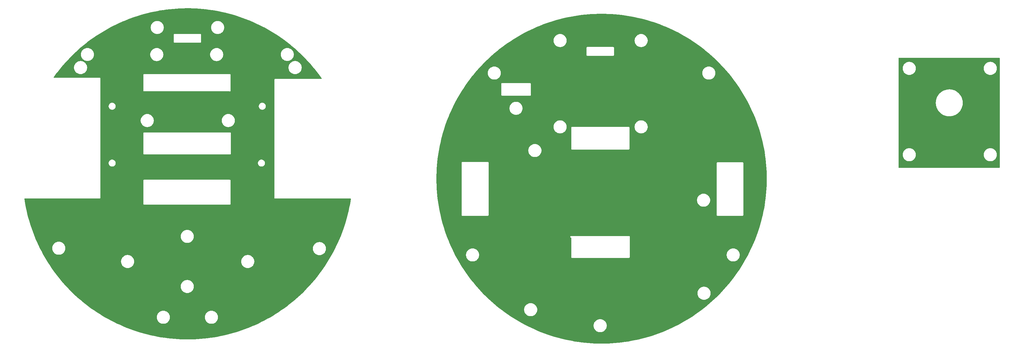
<source format=gbl>
G04 Layer: BottomLayer*
G04 EasyEDA v6.5.22, 2022-11-07 14:48:48*
G04 3be9330970bd49e991c0a6bdea7b1e86,1dfdfe31e71b4ff6856625fdd89ee459,10*
G04 Gerber Generator version 0.2*
G04 Scale: 100 percent, Rotated: No, Reflected: No *
G04 Dimensions in millimeters *
G04 leading zeros omitted , absolute positions ,4 integer and 5 decimal *
%FSLAX45Y45*%
%MOMM*%

%ADD10C,0.6096*%

%LPD*%
G36*
X38720268Y-7632192D02*
G01*
X38716356Y-7631430D01*
X38713105Y-7629194D01*
X38710870Y-7625943D01*
X38710108Y-7622031D01*
X38710108Y-4328668D01*
X38710870Y-4324756D01*
X38713105Y-4321505D01*
X38716356Y-4319270D01*
X38720268Y-4318508D01*
X41746932Y-4318508D01*
X41750843Y-4319270D01*
X41754094Y-4321505D01*
X41756330Y-4324756D01*
X41757092Y-4328668D01*
X41757092Y-7622031D01*
X41756330Y-7625943D01*
X41754094Y-7629194D01*
X41750843Y-7631430D01*
X41746932Y-7632192D01*
G37*

%LPC*%
G36*
X39024255Y-7435951D02*
G01*
X39042390Y-7435951D01*
X39045591Y-7435799D01*
X39063625Y-7433818D01*
X39066825Y-7433309D01*
X39084504Y-7429398D01*
X39087602Y-7428534D01*
X39104824Y-7422743D01*
X39107770Y-7421575D01*
X39124229Y-7413955D01*
X39127074Y-7412431D01*
X39142619Y-7403084D01*
X39145311Y-7401255D01*
X39159738Y-7390282D01*
X39162177Y-7388199D01*
X39175334Y-7375753D01*
X39177569Y-7373416D01*
X39189304Y-7359599D01*
X39201445Y-7342022D01*
X39211605Y-7323226D01*
X39212926Y-7320330D01*
X39219632Y-7303465D01*
X39220648Y-7300417D01*
X39225524Y-7282942D01*
X39226236Y-7279792D01*
X39229131Y-7261910D01*
X39229487Y-7258710D01*
X39230452Y-7240625D01*
X39230452Y-7237374D01*
X39229487Y-7219289D01*
X39229131Y-7216089D01*
X39226236Y-7198207D01*
X39225524Y-7195058D01*
X39220648Y-7177582D01*
X39219632Y-7174534D01*
X39212926Y-7157669D01*
X39211605Y-7154773D01*
X39201445Y-7135977D01*
X39189304Y-7118400D01*
X39177569Y-7104583D01*
X39175334Y-7102246D01*
X39162177Y-7089800D01*
X39159738Y-7087717D01*
X39145311Y-7076744D01*
X39142619Y-7074916D01*
X39127074Y-7065568D01*
X39124229Y-7064044D01*
X39107770Y-7056424D01*
X39104824Y-7055256D01*
X39087602Y-7049465D01*
X39084504Y-7048601D01*
X39066825Y-7044690D01*
X39063625Y-7044181D01*
X39045591Y-7042200D01*
X39042390Y-7042048D01*
X39024255Y-7042048D01*
X39021054Y-7042200D01*
X39003020Y-7044181D01*
X38999820Y-7044690D01*
X38982142Y-7048601D01*
X38979043Y-7049465D01*
X38961822Y-7055256D01*
X38958875Y-7056424D01*
X38942416Y-7064044D01*
X38939571Y-7065568D01*
X38924026Y-7074916D01*
X38921334Y-7076744D01*
X38906907Y-7087717D01*
X38904468Y-7089800D01*
X38891311Y-7102246D01*
X38889076Y-7104583D01*
X38877341Y-7118400D01*
X38865200Y-7135977D01*
X38863574Y-7138720D01*
X38853719Y-7157669D01*
X38847014Y-7174534D01*
X38845998Y-7177582D01*
X38841121Y-7195058D01*
X38840410Y-7198207D01*
X38837514Y-7216089D01*
X38837158Y-7219289D01*
X38836193Y-7237374D01*
X38836193Y-7240625D01*
X38837158Y-7258710D01*
X38837514Y-7261910D01*
X38840410Y-7279792D01*
X38841121Y-7282942D01*
X38845998Y-7300417D01*
X38847014Y-7303465D01*
X38853719Y-7320330D01*
X38863574Y-7339279D01*
X38865200Y-7342022D01*
X38877341Y-7359599D01*
X38889076Y-7373416D01*
X38891311Y-7375753D01*
X38904468Y-7388199D01*
X38906907Y-7390282D01*
X38921334Y-7401255D01*
X38924026Y-7403084D01*
X38939571Y-7412431D01*
X38942416Y-7413955D01*
X38958875Y-7421575D01*
X38961822Y-7422743D01*
X38979043Y-7428534D01*
X38982142Y-7429398D01*
X38999820Y-7433309D01*
X39003020Y-7433818D01*
X39021054Y-7435799D01*
G37*
G36*
X41464839Y-7435951D02*
G01*
X41482975Y-7435951D01*
X41486175Y-7435799D01*
X41504209Y-7433818D01*
X41507410Y-7433309D01*
X41525088Y-7429398D01*
X41528187Y-7428534D01*
X41545408Y-7422743D01*
X41548354Y-7421575D01*
X41564814Y-7413955D01*
X41567658Y-7412431D01*
X41583203Y-7403084D01*
X41585896Y-7401255D01*
X41600323Y-7390282D01*
X41602761Y-7388199D01*
X41615918Y-7375753D01*
X41618154Y-7373416D01*
X41629888Y-7359599D01*
X41642030Y-7342022D01*
X41652190Y-7323226D01*
X41653510Y-7320330D01*
X41660216Y-7303465D01*
X41661232Y-7300417D01*
X41666109Y-7282942D01*
X41666820Y-7279792D01*
X41669716Y-7261910D01*
X41670071Y-7258710D01*
X41671036Y-7240625D01*
X41671036Y-7237374D01*
X41670071Y-7219289D01*
X41669716Y-7216089D01*
X41666820Y-7198207D01*
X41666109Y-7195058D01*
X41661232Y-7177582D01*
X41660216Y-7174534D01*
X41653510Y-7157669D01*
X41652190Y-7154773D01*
X41642030Y-7135977D01*
X41629888Y-7118400D01*
X41618154Y-7104583D01*
X41615918Y-7102246D01*
X41602761Y-7089800D01*
X41600323Y-7087717D01*
X41585896Y-7076744D01*
X41583203Y-7074916D01*
X41567658Y-7065568D01*
X41564814Y-7064044D01*
X41548354Y-7056424D01*
X41545408Y-7055256D01*
X41528187Y-7049465D01*
X41525088Y-7048601D01*
X41507410Y-7044690D01*
X41504209Y-7044181D01*
X41486175Y-7042200D01*
X41482975Y-7042048D01*
X41464839Y-7042048D01*
X41461639Y-7042200D01*
X41443605Y-7044181D01*
X41440404Y-7044690D01*
X41422726Y-7048601D01*
X41419627Y-7049465D01*
X41402406Y-7055256D01*
X41399460Y-7056424D01*
X41383000Y-7064044D01*
X41380156Y-7065568D01*
X41364611Y-7074916D01*
X41361918Y-7076744D01*
X41347491Y-7087717D01*
X41345053Y-7089800D01*
X41331896Y-7102246D01*
X41329660Y-7104583D01*
X41317926Y-7118400D01*
X41305784Y-7135977D01*
X41304159Y-7138720D01*
X41294304Y-7157669D01*
X41287598Y-7174534D01*
X41286582Y-7177582D01*
X41281705Y-7195058D01*
X41280994Y-7198207D01*
X41278098Y-7216089D01*
X41277743Y-7219289D01*
X41276778Y-7237374D01*
X41276778Y-7240625D01*
X41277743Y-7258710D01*
X41278098Y-7261910D01*
X41280994Y-7279792D01*
X41281705Y-7282942D01*
X41286582Y-7300417D01*
X41287598Y-7303465D01*
X41294304Y-7320330D01*
X41304159Y-7339279D01*
X41305784Y-7342022D01*
X41317926Y-7359599D01*
X41329660Y-7373416D01*
X41331896Y-7375753D01*
X41345053Y-7388199D01*
X41347491Y-7390282D01*
X41361918Y-7401255D01*
X41364611Y-7403084D01*
X41380156Y-7412431D01*
X41383000Y-7413955D01*
X41399460Y-7421575D01*
X41402406Y-7422743D01*
X41419627Y-7428534D01*
X41422726Y-7429398D01*
X41440404Y-7433309D01*
X41443605Y-7433818D01*
X41461639Y-7435799D01*
G37*
G36*
X40232634Y-6080404D02*
G01*
X40261946Y-6079794D01*
X40291105Y-6077102D01*
X40320010Y-6072276D01*
X40348509Y-6065367D01*
X40376398Y-6056426D01*
X40403627Y-6045504D01*
X40429942Y-6032652D01*
X40455291Y-6017971D01*
X40479522Y-6001461D01*
X40502484Y-5983224D01*
X40524074Y-5963412D01*
X40544140Y-5942076D01*
X40562682Y-5919368D01*
X40579497Y-5895340D01*
X40594534Y-5870194D01*
X40607691Y-5844032D01*
X40618968Y-5816955D01*
X40628265Y-5789168D01*
X40635529Y-5760770D01*
X40640711Y-5731916D01*
X40643810Y-5702757D01*
X40644775Y-5673496D01*
X40643657Y-5644184D01*
X40640406Y-5615076D01*
X40635072Y-5586272D01*
X40627655Y-5557926D01*
X40618206Y-5530138D01*
X40606827Y-5503164D01*
X40593467Y-5477052D01*
X40578328Y-5452008D01*
X40561361Y-5428081D01*
X40542718Y-5405424D01*
X40522550Y-5384241D01*
X40500858Y-5364530D01*
X40477795Y-5346395D01*
X40453462Y-5330037D01*
X40428062Y-5315458D01*
X40401646Y-5302758D01*
X40374417Y-5291937D01*
X40346426Y-5283200D01*
X40317928Y-5276443D01*
X40288972Y-5271770D01*
X40259762Y-5269230D01*
X40230501Y-5268772D01*
X40201240Y-5270398D01*
X40172182Y-5274208D01*
X40143430Y-5280050D01*
X40115236Y-5287975D01*
X40087651Y-5297881D01*
X40060880Y-5309768D01*
X40035022Y-5323586D01*
X40010232Y-5339232D01*
X39986610Y-5356606D01*
X39964309Y-5375605D01*
X39943481Y-5396230D01*
X39924177Y-5418226D01*
X39906498Y-5441645D01*
X39890547Y-5466232D01*
X39876425Y-5491886D01*
X39864182Y-5518556D01*
X39853870Y-5545988D01*
X39845640Y-5574080D01*
X39839392Y-5602732D01*
X39835277Y-5631738D01*
X39833194Y-5660999D01*
X39833296Y-5690311D01*
X39835480Y-5719521D01*
X39839798Y-5748528D01*
X39846148Y-5777128D01*
X39854581Y-5805170D01*
X39864995Y-5832551D01*
X39877390Y-5859119D01*
X39891665Y-5884722D01*
X39907718Y-5909259D01*
X39925498Y-5932525D01*
X39944954Y-5954471D01*
X39965884Y-5974943D01*
X39988286Y-5993892D01*
X40012010Y-6011113D01*
X40036851Y-6026607D01*
X40062810Y-6040272D01*
X40089632Y-6052007D01*
X40117268Y-6061811D01*
X40145512Y-6069584D01*
X40174265Y-6075273D01*
X40203374Y-6078880D01*
G37*
G36*
X41465195Y-4832451D02*
G01*
X41482975Y-4832451D01*
X41486175Y-4832299D01*
X41504209Y-4830318D01*
X41507410Y-4829810D01*
X41525088Y-4825898D01*
X41528187Y-4825034D01*
X41545408Y-4819243D01*
X41548354Y-4818075D01*
X41564814Y-4810455D01*
X41567658Y-4808931D01*
X41583203Y-4799584D01*
X41585896Y-4797755D01*
X41600323Y-4786782D01*
X41602761Y-4784699D01*
X41615918Y-4772253D01*
X41618154Y-4769916D01*
X41629888Y-4756099D01*
X41642030Y-4738522D01*
X41652190Y-4719726D01*
X41653510Y-4716830D01*
X41660216Y-4699965D01*
X41661232Y-4696917D01*
X41666109Y-4679442D01*
X41666820Y-4676292D01*
X41669716Y-4658410D01*
X41670071Y-4655210D01*
X41671036Y-4637125D01*
X41671036Y-4633874D01*
X41670071Y-4615789D01*
X41669716Y-4612589D01*
X41666820Y-4594707D01*
X41666109Y-4591558D01*
X41661232Y-4574082D01*
X41660216Y-4571034D01*
X41653510Y-4554169D01*
X41652190Y-4551273D01*
X41642030Y-4532477D01*
X41629888Y-4514900D01*
X41618154Y-4501083D01*
X41615918Y-4498746D01*
X41602761Y-4486300D01*
X41600323Y-4484217D01*
X41585896Y-4473244D01*
X41583203Y-4471416D01*
X41567658Y-4462068D01*
X41564814Y-4460544D01*
X41548354Y-4452924D01*
X41545408Y-4451756D01*
X41528187Y-4445965D01*
X41525088Y-4445101D01*
X41507410Y-4441190D01*
X41504209Y-4440682D01*
X41486175Y-4438700D01*
X41482975Y-4438548D01*
X41464839Y-4438548D01*
X41461639Y-4438700D01*
X41443605Y-4440682D01*
X41440404Y-4441190D01*
X41422726Y-4445101D01*
X41419627Y-4445965D01*
X41402406Y-4451756D01*
X41399460Y-4452924D01*
X41383000Y-4460544D01*
X41380156Y-4462068D01*
X41364611Y-4471416D01*
X41361918Y-4473244D01*
X41347491Y-4484217D01*
X41345053Y-4486300D01*
X41331896Y-4498746D01*
X41329660Y-4501083D01*
X41317926Y-4514900D01*
X41305784Y-4532477D01*
X41304159Y-4535220D01*
X41294304Y-4554169D01*
X41287598Y-4571034D01*
X41286582Y-4574082D01*
X41281705Y-4591558D01*
X41280994Y-4594707D01*
X41278098Y-4612589D01*
X41277743Y-4615789D01*
X41276778Y-4633874D01*
X41276778Y-4637125D01*
X41277743Y-4655210D01*
X41278098Y-4658410D01*
X41280994Y-4676292D01*
X41281705Y-4679442D01*
X41286582Y-4696917D01*
X41287598Y-4699965D01*
X41294304Y-4716830D01*
X41304159Y-4735779D01*
X41305784Y-4738522D01*
X41317926Y-4756099D01*
X41329660Y-4769916D01*
X41331896Y-4772253D01*
X41345053Y-4784699D01*
X41347491Y-4786782D01*
X41361918Y-4797755D01*
X41364611Y-4799584D01*
X41380156Y-4808931D01*
X41383000Y-4810455D01*
X41399460Y-4818075D01*
X41402406Y-4819243D01*
X41419627Y-4825034D01*
X41422726Y-4825898D01*
X41440404Y-4829810D01*
X41443605Y-4830318D01*
X41461283Y-4832248D01*
G37*
G36*
X39024255Y-4832451D02*
G01*
X39042390Y-4832451D01*
X39045591Y-4832299D01*
X39063625Y-4830318D01*
X39066825Y-4829810D01*
X39084504Y-4825898D01*
X39087602Y-4825034D01*
X39104824Y-4819243D01*
X39107770Y-4818075D01*
X39124229Y-4810455D01*
X39127074Y-4808931D01*
X39142619Y-4799584D01*
X39145311Y-4797755D01*
X39159738Y-4786782D01*
X39162177Y-4784699D01*
X39175334Y-4772253D01*
X39177569Y-4769916D01*
X39189304Y-4756099D01*
X39201445Y-4738522D01*
X39211605Y-4719726D01*
X39212926Y-4716830D01*
X39219632Y-4699965D01*
X39220648Y-4696917D01*
X39225524Y-4679442D01*
X39226236Y-4676292D01*
X39229131Y-4658410D01*
X39229487Y-4655210D01*
X39230452Y-4637125D01*
X39230452Y-4633874D01*
X39229487Y-4615789D01*
X39229131Y-4612589D01*
X39226236Y-4594707D01*
X39225524Y-4591558D01*
X39220648Y-4574082D01*
X39219632Y-4571034D01*
X39212926Y-4554169D01*
X39211605Y-4551273D01*
X39201445Y-4532477D01*
X39189304Y-4514900D01*
X39177569Y-4501083D01*
X39175334Y-4498746D01*
X39162177Y-4486300D01*
X39159738Y-4484217D01*
X39145311Y-4473244D01*
X39142619Y-4471416D01*
X39127074Y-4462068D01*
X39124229Y-4460544D01*
X39107770Y-4452924D01*
X39104824Y-4451756D01*
X39087602Y-4445965D01*
X39084504Y-4445101D01*
X39066825Y-4441190D01*
X39063625Y-4440682D01*
X39045591Y-4438700D01*
X39042390Y-4438548D01*
X39024255Y-4438548D01*
X39021054Y-4438700D01*
X39003020Y-4440682D01*
X38999820Y-4441190D01*
X38982142Y-4445101D01*
X38979043Y-4445965D01*
X38961822Y-4451756D01*
X38958875Y-4452924D01*
X38942416Y-4460544D01*
X38939571Y-4462068D01*
X38924026Y-4471416D01*
X38921334Y-4473244D01*
X38906907Y-4484217D01*
X38904468Y-4486300D01*
X38891311Y-4498746D01*
X38889076Y-4501083D01*
X38877341Y-4514900D01*
X38865200Y-4532477D01*
X38863574Y-4535220D01*
X38853719Y-4554169D01*
X38847014Y-4571034D01*
X38845998Y-4574082D01*
X38841121Y-4591558D01*
X38840410Y-4594707D01*
X38837514Y-4612589D01*
X38837158Y-4615789D01*
X38836193Y-4633874D01*
X38836193Y-4637125D01*
X38837158Y-4655210D01*
X38837514Y-4658410D01*
X38840410Y-4676292D01*
X38841121Y-4679442D01*
X38845998Y-4696917D01*
X38847014Y-4699965D01*
X38853719Y-4716830D01*
X38863574Y-4735779D01*
X38865200Y-4738522D01*
X38877341Y-4756099D01*
X38889076Y-4769916D01*
X38891311Y-4772253D01*
X38904468Y-4784699D01*
X38906907Y-4786782D01*
X38921334Y-4797755D01*
X38924026Y-4799584D01*
X38939571Y-4808931D01*
X38942416Y-4810455D01*
X38958875Y-4818075D01*
X38961822Y-4819243D01*
X38979043Y-4825034D01*
X38982142Y-4825898D01*
X38999820Y-4829810D01*
X39003020Y-4830318D01*
X39021054Y-4832299D01*
G37*

%LPD*%
G36*
X17302327Y-12810286D02*
G01*
X17202353Y-12809270D01*
X17102378Y-12806222D01*
X17002506Y-12801193D01*
X16902734Y-12794183D01*
X16803116Y-12785090D01*
X16703751Y-12774066D01*
X16604589Y-12761010D01*
X16505732Y-12745974D01*
X16407180Y-12728905D01*
X16308984Y-12709906D01*
X16211194Y-12688925D01*
X16113861Y-12665964D01*
X16016986Y-12641072D01*
X15920669Y-12614249D01*
X15824860Y-12585446D01*
X15729712Y-12554762D01*
X15635173Y-12522149D01*
X15541294Y-12487656D01*
X15448127Y-12451283D01*
X15355722Y-12413030D01*
X15264130Y-12372898D01*
X15173299Y-12330988D01*
X15083383Y-12287199D01*
X14994382Y-12241631D01*
X14906294Y-12194336D01*
X14819172Y-12145213D01*
X14733016Y-12094362D01*
X14647976Y-12041784D01*
X14563953Y-11987530D01*
X14481048Y-11931548D01*
X14399310Y-11873941D01*
X14318742Y-11814708D01*
X14239341Y-11753850D01*
X14161262Y-11691416D01*
X14084401Y-11627459D01*
X14008811Y-11561927D01*
X13934643Y-11494871D01*
X13861745Y-11426342D01*
X13790320Y-11356390D01*
X13720267Y-11285016D01*
X13651687Y-11212220D01*
X13584580Y-11138052D01*
X13518997Y-11062563D01*
X13454888Y-10985804D01*
X13392404Y-10907725D01*
X13331444Y-10828426D01*
X13272160Y-10747908D01*
X13214451Y-10666222D01*
X13158419Y-10583367D01*
X13104063Y-10499445D01*
X13051434Y-10414406D01*
X13000482Y-10328351D01*
X12951307Y-10241280D01*
X12903860Y-10153192D01*
X12858242Y-10064242D01*
X12814350Y-9974326D01*
X12772339Y-9883597D01*
X12732156Y-9792004D01*
X12693802Y-9699650D01*
X12657328Y-9606534D01*
X12622733Y-9512706D01*
X12590018Y-9418167D01*
X12559233Y-9323019D01*
X12530378Y-9227261D01*
X12503404Y-9130995D01*
X12478410Y-9034119D01*
X12455398Y-8936837D01*
X12434316Y-8839047D01*
X12415215Y-8740902D01*
X12398095Y-8642350D01*
X12387275Y-8571992D01*
X12387580Y-8567674D01*
X12389612Y-8563864D01*
X12393117Y-8561222D01*
X12397333Y-8560308D01*
X14647824Y-8560308D01*
X14654326Y-8559495D01*
X14659863Y-8557412D01*
X14664994Y-8553856D01*
X14668042Y-8550859D01*
X14670684Y-8547252D01*
X14673173Y-8541715D01*
X14674342Y-8534247D01*
X14674342Y-4940909D01*
X14673529Y-4934407D01*
X14671446Y-4928870D01*
X14667890Y-4923739D01*
X14664893Y-4920691D01*
X14661286Y-4918049D01*
X14655749Y-4915560D01*
X14648281Y-4914392D01*
X13278408Y-4914392D01*
X13274141Y-4913426D01*
X13270636Y-4910734D01*
X13268604Y-4906873D01*
X13268401Y-4902454D01*
X13270128Y-4898390D01*
X13283488Y-4879289D01*
X13341908Y-4799533D01*
X13401903Y-4720945D01*
X13463473Y-4643577D01*
X13526617Y-4567478D01*
X13591235Y-4492650D01*
X13657326Y-4419092D01*
X13724890Y-4346905D01*
X13793876Y-4276090D01*
X13864285Y-4206697D01*
X13936065Y-4138676D01*
X14009217Y-4072128D01*
X14083690Y-4007104D01*
X14159433Y-3943553D01*
X14236395Y-3881526D01*
X14314627Y-3821023D01*
X14394078Y-3762146D01*
X14474647Y-3704844D01*
X14556384Y-3649218D01*
X14639188Y-3595217D01*
X14723110Y-3542842D01*
X14807996Y-3492246D01*
X14893950Y-3443274D01*
X14980818Y-3396081D01*
X15068600Y-3350666D01*
X15157297Y-3306978D01*
X15246908Y-3265068D01*
X15337282Y-3224987D01*
X15428417Y-3186734D01*
X15520365Y-3150311D01*
X15612973Y-3115716D01*
X15706293Y-3083001D01*
X15800222Y-3052165D01*
X15894761Y-3023209D01*
X15989858Y-2996133D01*
X16085515Y-2971038D01*
X16181628Y-2947822D01*
X16278148Y-2926537D01*
X16375126Y-2907182D01*
X16472458Y-2889758D01*
X16570147Y-2874314D01*
X16668089Y-2860852D01*
X16766286Y-2849321D01*
X16864685Y-2839821D01*
X16963288Y-2832252D01*
X17061992Y-2826664D01*
X17160798Y-2823057D01*
X17259655Y-2821381D01*
X17358512Y-2821736D01*
X17457369Y-2824073D01*
X17556175Y-2828391D01*
X17654828Y-2834690D01*
X17753380Y-2842971D01*
X17851729Y-2853232D01*
X17949824Y-2865424D01*
X18047665Y-2879648D01*
X18145201Y-2895752D01*
X18242432Y-2913888D01*
X18339257Y-2933903D01*
X18435675Y-2955899D01*
X18531586Y-2979775D01*
X18627039Y-3005582D01*
X18721933Y-3033318D01*
X18816269Y-3062986D01*
X18909995Y-3094482D01*
X19003060Y-3127857D01*
X19095466Y-3163112D01*
X19187109Y-3200196D01*
X19277990Y-3239109D01*
X19368109Y-3279851D01*
X19457365Y-3322370D01*
X19545757Y-3366668D01*
X19633234Y-3412744D01*
X19719747Y-3460597D01*
X19805345Y-3510127D01*
X19889876Y-3561384D01*
X19973391Y-3614318D01*
X20055840Y-3668928D01*
X20137120Y-3725164D01*
X20217333Y-3783025D01*
X20296327Y-3842461D01*
X20374102Y-3903522D01*
X20450657Y-3966057D01*
X20525943Y-4030167D01*
X20599958Y-4095750D01*
X20672602Y-4162856D01*
X20743875Y-4231335D01*
X20813776Y-4301286D01*
X20882305Y-4372559D01*
X20949310Y-4445254D01*
X21014893Y-4519218D01*
X21079002Y-4594555D01*
X21141537Y-4671110D01*
X21202548Y-4748936D01*
X21261984Y-4827930D01*
X21319845Y-4908092D01*
X21337066Y-4932984D01*
X21338692Y-4937048D01*
X21338489Y-4941417D01*
X21336457Y-4945329D01*
X21332952Y-4947970D01*
X21328684Y-4948936D01*
X19944943Y-4948936D01*
X19938441Y-4949748D01*
X19932904Y-4951831D01*
X19927773Y-4955387D01*
X19924725Y-4958384D01*
X19922083Y-4961991D01*
X19919594Y-4967528D01*
X19918426Y-4974996D01*
X19918426Y-8515654D01*
X19917460Y-8519972D01*
X19914616Y-8525967D01*
X19913396Y-8532012D01*
X19913396Y-8536990D01*
X19913955Y-8540699D01*
X19916140Y-8546439D01*
X19919492Y-8551316D01*
X19924166Y-8555431D01*
X19927265Y-8557310D01*
X19933107Y-8559495D01*
X19939609Y-8560308D01*
X22208134Y-8560308D01*
X22212401Y-8561222D01*
X22215856Y-8563864D01*
X22217938Y-8567674D01*
X22218192Y-8571992D01*
X22207270Y-8643162D01*
X22190151Y-8741664D01*
X22170999Y-8839860D01*
X22149917Y-8937599D01*
X22126854Y-9034932D01*
X22101860Y-9131757D01*
X22074886Y-9228074D01*
X22046031Y-9323781D01*
X22015196Y-9418929D01*
X21982480Y-9513468D01*
X21947886Y-9607296D01*
X21911411Y-9700412D01*
X21873057Y-9792766D01*
X21832824Y-9884308D01*
X21790761Y-9975088D01*
X21746921Y-10064953D01*
X21701252Y-10153904D01*
X21653804Y-10241940D01*
X21604630Y-10329011D01*
X21553678Y-10415066D01*
X21500998Y-10500106D01*
X21446642Y-10584027D01*
X21390559Y-10666882D01*
X21332901Y-10748568D01*
X21273566Y-10829086D01*
X21212606Y-10908385D01*
X21150072Y-10986414D01*
X21086013Y-11063173D01*
X21020379Y-11138662D01*
X20953272Y-11212830D01*
X20884692Y-11285575D01*
X20814639Y-11356949D01*
X20743164Y-11426901D01*
X20670266Y-11495430D01*
X20596047Y-11562435D01*
X20520507Y-11627967D01*
X20443647Y-11691924D01*
X20365516Y-11754358D01*
X20286116Y-11815216D01*
X20205547Y-11874449D01*
X20123759Y-11932005D01*
X20040854Y-11987987D01*
X19956881Y-12042241D01*
X19871791Y-12094768D01*
X19785634Y-12145619D01*
X19698512Y-12194692D01*
X19610425Y-12242038D01*
X19521373Y-12287554D01*
X19431457Y-12331293D01*
X19340626Y-12373254D01*
X19249034Y-12413335D01*
X19156629Y-12451588D01*
X19063462Y-12487960D01*
X18969583Y-12522403D01*
X18875044Y-12555016D01*
X18779845Y-12585700D01*
X18684087Y-12614452D01*
X18587720Y-12641275D01*
X18490844Y-12666167D01*
X18393511Y-12689128D01*
X18295721Y-12710058D01*
X18197525Y-12729057D01*
X18098973Y-12746075D01*
X18000116Y-12761112D01*
X17900954Y-12774168D01*
X17801539Y-12785191D01*
X17701971Y-12794234D01*
X17602200Y-12801244D01*
X17502327Y-12806273D01*
X17402352Y-12809270D01*
G37*

%LPC*%
G36*
X18009666Y-12338151D02*
G01*
X18027751Y-12338151D01*
X18031002Y-12337999D01*
X18049036Y-12336018D01*
X18052186Y-12335510D01*
X18069915Y-12331598D01*
X18073014Y-12330734D01*
X18093182Y-12323775D01*
X18109641Y-12316155D01*
X18112486Y-12314631D01*
X18128030Y-12305284D01*
X18145099Y-12292482D01*
X18147588Y-12290399D01*
X18160746Y-12277953D01*
X18162930Y-12275616D01*
X18174665Y-12261799D01*
X18176646Y-12259208D01*
X18186806Y-12244222D01*
X18188482Y-12241479D01*
X18198338Y-12222530D01*
X18205043Y-12205665D01*
X18206059Y-12202617D01*
X18210885Y-12185142D01*
X18211596Y-12181992D01*
X18214543Y-12164110D01*
X18214898Y-12160910D01*
X18215864Y-12142825D01*
X18215864Y-12139574D01*
X18214898Y-12121489D01*
X18214543Y-12118289D01*
X18211596Y-12100407D01*
X18210885Y-12097258D01*
X18206059Y-12079782D01*
X18205043Y-12076734D01*
X18198338Y-12059869D01*
X18188482Y-12040920D01*
X18186806Y-12038177D01*
X18176646Y-12023191D01*
X18174665Y-12020600D01*
X18162930Y-12006783D01*
X18160746Y-12004446D01*
X18147588Y-11992000D01*
X18145099Y-11989917D01*
X18128030Y-11977116D01*
X18112486Y-11967768D01*
X18109641Y-11966244D01*
X18093182Y-11958624D01*
X18073014Y-11951665D01*
X18069915Y-11950801D01*
X18052186Y-11946890D01*
X18049036Y-11946382D01*
X18031002Y-11944400D01*
X18027751Y-11944248D01*
X18009666Y-11944248D01*
X18006415Y-11944400D01*
X17988381Y-11946382D01*
X17985232Y-11946890D01*
X17967502Y-11950801D01*
X17964404Y-11951665D01*
X17944236Y-11958624D01*
X17927777Y-11966244D01*
X17924932Y-11967768D01*
X17909387Y-11977116D01*
X17892318Y-11989917D01*
X17889829Y-11992000D01*
X17876672Y-12004446D01*
X17874488Y-12006783D01*
X17862753Y-12020600D01*
X17860772Y-12023191D01*
X17850612Y-12038177D01*
X17848935Y-12040920D01*
X17839080Y-12059869D01*
X17832374Y-12076734D01*
X17831358Y-12079782D01*
X17826532Y-12097258D01*
X17825821Y-12100407D01*
X17822875Y-12118289D01*
X17822519Y-12121489D01*
X17821554Y-12139574D01*
X17821554Y-12142825D01*
X17822519Y-12160910D01*
X17822875Y-12164110D01*
X17825821Y-12181992D01*
X17826532Y-12185142D01*
X17831358Y-12202617D01*
X17832374Y-12205665D01*
X17839080Y-12222530D01*
X17848935Y-12241479D01*
X17850612Y-12244222D01*
X17860772Y-12259208D01*
X17862753Y-12261799D01*
X17874488Y-12275616D01*
X17876672Y-12277953D01*
X17889829Y-12290399D01*
X17892318Y-12292482D01*
X17909387Y-12305284D01*
X17924932Y-12314631D01*
X17927777Y-12316155D01*
X17944236Y-12323775D01*
X17964404Y-12330734D01*
X17967502Y-12331598D01*
X17985232Y-12335510D01*
X17988381Y-12336018D01*
X18006415Y-12337999D01*
G37*
G36*
X16561866Y-12338151D02*
G01*
X16579951Y-12338151D01*
X16583202Y-12337999D01*
X16601236Y-12336018D01*
X16604386Y-12335510D01*
X16622115Y-12331598D01*
X16625214Y-12330734D01*
X16645382Y-12323775D01*
X16661841Y-12316155D01*
X16664686Y-12314631D01*
X16680230Y-12305284D01*
X16697299Y-12292482D01*
X16699788Y-12290399D01*
X16712946Y-12277953D01*
X16715130Y-12275616D01*
X16726865Y-12261799D01*
X16728846Y-12259208D01*
X16739006Y-12244222D01*
X16740682Y-12241479D01*
X16750538Y-12222530D01*
X16757243Y-12205665D01*
X16758259Y-12202617D01*
X16763085Y-12185142D01*
X16763796Y-12181992D01*
X16766743Y-12164110D01*
X16767098Y-12160910D01*
X16768063Y-12142825D01*
X16768063Y-12139574D01*
X16767098Y-12121489D01*
X16766743Y-12118289D01*
X16763796Y-12100407D01*
X16763085Y-12097258D01*
X16758259Y-12079782D01*
X16757243Y-12076734D01*
X16750538Y-12059869D01*
X16740682Y-12040920D01*
X16739006Y-12038177D01*
X16728846Y-12023191D01*
X16726865Y-12020600D01*
X16715130Y-12006783D01*
X16712946Y-12004446D01*
X16699788Y-11992000D01*
X16697299Y-11989917D01*
X16680230Y-11977116D01*
X16664686Y-11967768D01*
X16661841Y-11966244D01*
X16645382Y-11958624D01*
X16625214Y-11951665D01*
X16622115Y-11950801D01*
X16604386Y-11946890D01*
X16601236Y-11946382D01*
X16583202Y-11944400D01*
X16579951Y-11944248D01*
X16561866Y-11944248D01*
X16558615Y-11944400D01*
X16540581Y-11946382D01*
X16537432Y-11946890D01*
X16519702Y-11950801D01*
X16516604Y-11951665D01*
X16496436Y-11958624D01*
X16479977Y-11966244D01*
X16477132Y-11967768D01*
X16461587Y-11977116D01*
X16444518Y-11989917D01*
X16442029Y-11992000D01*
X16428872Y-12004446D01*
X16426688Y-12006783D01*
X16414953Y-12020600D01*
X16412972Y-12023191D01*
X16402812Y-12038177D01*
X16401135Y-12040920D01*
X16391280Y-12059869D01*
X16384574Y-12076734D01*
X16383558Y-12079782D01*
X16378732Y-12097258D01*
X16378021Y-12100407D01*
X16375075Y-12118289D01*
X16374719Y-12121489D01*
X16373754Y-12139574D01*
X16373754Y-12142825D01*
X16374719Y-12160910D01*
X16375075Y-12164110D01*
X16378021Y-12181992D01*
X16378732Y-12185142D01*
X16383558Y-12202617D01*
X16384574Y-12205665D01*
X16391280Y-12222530D01*
X16401135Y-12241479D01*
X16402812Y-12244222D01*
X16412972Y-12259208D01*
X16414953Y-12261799D01*
X16426688Y-12275616D01*
X16428872Y-12277953D01*
X16442029Y-12290399D01*
X16444518Y-12292482D01*
X16461587Y-12305284D01*
X16477132Y-12314631D01*
X16479977Y-12316155D01*
X16496436Y-12323775D01*
X16516604Y-12330734D01*
X16519702Y-12331598D01*
X16537432Y-12335510D01*
X16540581Y-12336018D01*
X16558615Y-12337999D01*
G37*
G36*
X17283379Y-11411051D02*
G01*
X17301159Y-11411051D01*
X17304359Y-11410899D01*
X17322393Y-11408918D01*
X17325594Y-11408410D01*
X17343272Y-11404498D01*
X17346371Y-11403634D01*
X17363592Y-11397843D01*
X17366538Y-11396675D01*
X17382998Y-11389055D01*
X17385842Y-11387531D01*
X17401387Y-11378184D01*
X17404080Y-11376355D01*
X17418507Y-11365382D01*
X17420945Y-11363299D01*
X17434102Y-11350853D01*
X17436338Y-11348516D01*
X17448072Y-11334699D01*
X17460214Y-11317122D01*
X17470374Y-11298326D01*
X17471694Y-11295430D01*
X17478400Y-11278565D01*
X17479416Y-11275517D01*
X17484293Y-11258042D01*
X17485004Y-11254892D01*
X17487900Y-11237010D01*
X17488255Y-11233810D01*
X17489220Y-11215725D01*
X17489220Y-11212474D01*
X17488255Y-11194389D01*
X17487900Y-11191189D01*
X17485004Y-11173307D01*
X17484293Y-11170158D01*
X17479416Y-11152682D01*
X17478400Y-11149634D01*
X17471694Y-11132769D01*
X17470374Y-11129873D01*
X17460214Y-11111077D01*
X17448072Y-11093500D01*
X17436338Y-11079683D01*
X17434102Y-11077346D01*
X17420945Y-11064900D01*
X17418507Y-11062817D01*
X17404080Y-11051844D01*
X17401387Y-11050016D01*
X17385842Y-11040668D01*
X17382998Y-11039144D01*
X17366538Y-11031524D01*
X17363592Y-11030356D01*
X17346371Y-11024565D01*
X17343272Y-11023701D01*
X17325594Y-11019790D01*
X17322393Y-11019282D01*
X17304359Y-11017300D01*
X17301159Y-11017148D01*
X17283023Y-11017148D01*
X17279823Y-11017300D01*
X17261789Y-11019282D01*
X17258588Y-11019790D01*
X17240910Y-11023701D01*
X17237811Y-11024565D01*
X17220590Y-11030356D01*
X17217644Y-11031524D01*
X17201184Y-11039144D01*
X17198340Y-11040668D01*
X17182795Y-11050016D01*
X17180102Y-11051844D01*
X17165675Y-11062817D01*
X17163237Y-11064900D01*
X17150080Y-11077346D01*
X17147844Y-11079683D01*
X17136110Y-11093500D01*
X17123968Y-11111077D01*
X17122343Y-11113820D01*
X17112488Y-11132769D01*
X17105782Y-11149634D01*
X17104766Y-11152682D01*
X17099889Y-11170158D01*
X17099178Y-11173307D01*
X17096282Y-11191189D01*
X17095927Y-11194389D01*
X17094962Y-11212474D01*
X17094962Y-11215725D01*
X17095927Y-11233810D01*
X17096282Y-11237010D01*
X17099178Y-11254892D01*
X17099889Y-11258042D01*
X17104766Y-11275517D01*
X17105782Y-11278565D01*
X17112488Y-11295430D01*
X17122343Y-11314379D01*
X17123968Y-11317122D01*
X17136110Y-11334699D01*
X17147844Y-11348516D01*
X17150080Y-11350853D01*
X17163237Y-11363299D01*
X17165675Y-11365382D01*
X17180102Y-11376355D01*
X17182795Y-11378184D01*
X17198340Y-11387531D01*
X17201184Y-11389055D01*
X17217644Y-11396675D01*
X17220590Y-11397843D01*
X17237811Y-11403634D01*
X17240910Y-11404498D01*
X17258588Y-11408410D01*
X17261789Y-11408918D01*
X17279467Y-11410848D01*
G37*
G36*
X15485465Y-10657840D02*
G01*
X15503550Y-10657840D01*
X15506801Y-10657687D01*
X15524835Y-10655706D01*
X15527985Y-10655198D01*
X15545714Y-10651286D01*
X15548813Y-10650423D01*
X15568980Y-10643463D01*
X15585440Y-10635843D01*
X15588284Y-10634319D01*
X15603829Y-10624972D01*
X15620898Y-10612170D01*
X15623387Y-10610088D01*
X15636544Y-10597642D01*
X15638729Y-10595305D01*
X15650463Y-10581487D01*
X15652445Y-10578896D01*
X15662605Y-10563910D01*
X15664281Y-10561167D01*
X15674136Y-10542219D01*
X15680842Y-10525353D01*
X15681858Y-10522305D01*
X15686684Y-10504830D01*
X15687395Y-10501680D01*
X15690342Y-10483799D01*
X15690697Y-10480598D01*
X15691662Y-10462514D01*
X15691662Y-10459262D01*
X15690697Y-10441178D01*
X15690342Y-10437977D01*
X15687395Y-10420096D01*
X15686684Y-10416946D01*
X15681858Y-10399471D01*
X15680842Y-10396423D01*
X15674136Y-10379557D01*
X15664281Y-10360609D01*
X15662605Y-10357866D01*
X15652445Y-10342880D01*
X15650463Y-10340289D01*
X15638729Y-10326471D01*
X15636544Y-10324134D01*
X15623387Y-10311688D01*
X15620898Y-10309606D01*
X15603829Y-10296804D01*
X15588284Y-10287457D01*
X15585440Y-10285933D01*
X15568980Y-10278313D01*
X15548813Y-10271353D01*
X15545714Y-10270490D01*
X15527985Y-10266578D01*
X15524835Y-10266070D01*
X15506801Y-10264089D01*
X15503550Y-10263936D01*
X15485465Y-10263936D01*
X15482214Y-10264089D01*
X15464180Y-10266070D01*
X15461030Y-10266578D01*
X15443301Y-10270490D01*
X15440202Y-10271353D01*
X15420035Y-10278313D01*
X15403576Y-10285933D01*
X15400731Y-10287457D01*
X15385186Y-10296804D01*
X15368117Y-10309606D01*
X15365628Y-10311688D01*
X15352471Y-10324134D01*
X15350286Y-10326471D01*
X15338551Y-10340289D01*
X15336570Y-10342880D01*
X15326410Y-10357866D01*
X15324734Y-10360609D01*
X15314879Y-10379557D01*
X15308173Y-10396423D01*
X15307157Y-10399471D01*
X15302331Y-10416946D01*
X15301620Y-10420096D01*
X15298674Y-10437977D01*
X15298318Y-10441178D01*
X15297353Y-10459262D01*
X15297353Y-10462514D01*
X15298318Y-10480598D01*
X15298674Y-10483799D01*
X15301620Y-10501680D01*
X15302331Y-10504830D01*
X15307157Y-10522305D01*
X15308173Y-10525353D01*
X15314879Y-10542219D01*
X15324734Y-10561167D01*
X15326410Y-10563910D01*
X15336570Y-10578896D01*
X15338551Y-10581487D01*
X15350286Y-10595305D01*
X15352471Y-10597642D01*
X15365628Y-10610088D01*
X15368117Y-10612170D01*
X15385186Y-10624972D01*
X15400731Y-10634319D01*
X15403576Y-10635843D01*
X15420035Y-10643463D01*
X15440202Y-10650423D01*
X15443301Y-10651286D01*
X15461030Y-10655198D01*
X15464180Y-10655706D01*
X15482214Y-10657687D01*
G37*
G36*
X19105270Y-10657840D02*
G01*
X19123050Y-10657840D01*
X19126301Y-10657687D01*
X19144335Y-10655706D01*
X19147485Y-10655198D01*
X19165214Y-10651286D01*
X19168313Y-10650423D01*
X19188480Y-10643463D01*
X19204940Y-10635843D01*
X19207784Y-10634319D01*
X19223329Y-10624972D01*
X19240398Y-10612170D01*
X19242887Y-10610088D01*
X19256044Y-10597642D01*
X19258229Y-10595305D01*
X19269964Y-10581487D01*
X19271945Y-10578896D01*
X19282105Y-10563910D01*
X19283781Y-10561167D01*
X19293636Y-10542219D01*
X19300342Y-10525353D01*
X19301358Y-10522305D01*
X19306184Y-10504830D01*
X19306895Y-10501680D01*
X19309842Y-10483799D01*
X19310197Y-10480598D01*
X19311162Y-10462514D01*
X19311162Y-10459262D01*
X19310197Y-10441178D01*
X19309842Y-10437977D01*
X19306895Y-10420096D01*
X19306184Y-10416946D01*
X19301358Y-10399471D01*
X19300342Y-10396423D01*
X19293636Y-10379557D01*
X19283781Y-10360609D01*
X19282105Y-10357866D01*
X19271945Y-10342880D01*
X19269964Y-10340289D01*
X19258229Y-10326471D01*
X19256044Y-10324134D01*
X19242887Y-10311688D01*
X19240398Y-10309606D01*
X19223329Y-10296804D01*
X19207784Y-10287457D01*
X19204940Y-10285933D01*
X19188480Y-10278313D01*
X19168313Y-10271353D01*
X19165214Y-10270490D01*
X19147485Y-10266578D01*
X19144335Y-10266070D01*
X19126301Y-10264089D01*
X19123050Y-10263936D01*
X19104965Y-10263936D01*
X19101714Y-10264089D01*
X19083680Y-10266070D01*
X19080530Y-10266578D01*
X19062801Y-10270490D01*
X19059702Y-10271353D01*
X19039535Y-10278313D01*
X19023076Y-10285933D01*
X19020231Y-10287457D01*
X19004686Y-10296804D01*
X18987617Y-10309606D01*
X18985128Y-10311688D01*
X18971971Y-10324134D01*
X18969786Y-10326471D01*
X18958052Y-10340289D01*
X18956070Y-10342880D01*
X18945910Y-10357866D01*
X18944234Y-10360609D01*
X18934379Y-10379557D01*
X18927673Y-10396423D01*
X18926657Y-10399471D01*
X18921831Y-10416946D01*
X18921120Y-10420096D01*
X18918174Y-10437977D01*
X18917818Y-10441178D01*
X18916853Y-10459262D01*
X18916853Y-10462514D01*
X18917818Y-10480598D01*
X18918174Y-10483799D01*
X18921120Y-10501680D01*
X18921831Y-10504830D01*
X18926657Y-10522305D01*
X18927673Y-10525353D01*
X18934379Y-10542219D01*
X18944234Y-10561167D01*
X18945910Y-10563910D01*
X18956070Y-10578896D01*
X18958052Y-10581487D01*
X18969786Y-10595305D01*
X18971971Y-10597642D01*
X18985128Y-10610088D01*
X18987617Y-10612170D01*
X19004686Y-10624972D01*
X19020231Y-10634319D01*
X19023076Y-10635843D01*
X19039535Y-10643463D01*
X19059702Y-10650423D01*
X19062801Y-10651286D01*
X19080530Y-10655198D01*
X19083680Y-10655706D01*
X19101409Y-10657636D01*
G37*
G36*
X21263762Y-10268051D02*
G01*
X21281542Y-10268051D01*
X21284793Y-10267899D01*
X21302827Y-10265918D01*
X21305977Y-10265410D01*
X21323706Y-10261498D01*
X21326805Y-10260634D01*
X21346972Y-10253675D01*
X21363432Y-10246055D01*
X21366276Y-10244531D01*
X21381821Y-10235184D01*
X21398890Y-10222382D01*
X21401379Y-10220299D01*
X21414536Y-10207853D01*
X21416721Y-10205516D01*
X21428456Y-10191699D01*
X21430437Y-10189108D01*
X21440597Y-10174122D01*
X21442273Y-10171379D01*
X21452128Y-10152430D01*
X21458834Y-10135565D01*
X21459850Y-10132517D01*
X21464676Y-10115042D01*
X21465387Y-10111892D01*
X21468334Y-10094010D01*
X21468689Y-10090810D01*
X21469654Y-10072725D01*
X21469654Y-10069474D01*
X21468689Y-10051389D01*
X21468334Y-10048189D01*
X21465387Y-10030307D01*
X21464676Y-10027158D01*
X21459850Y-10009682D01*
X21458834Y-10006634D01*
X21452128Y-9989769D01*
X21442273Y-9970820D01*
X21440597Y-9968077D01*
X21430437Y-9953091D01*
X21428456Y-9950500D01*
X21416721Y-9936683D01*
X21414536Y-9934346D01*
X21401379Y-9921900D01*
X21398890Y-9919817D01*
X21381821Y-9907016D01*
X21366276Y-9897668D01*
X21363432Y-9896144D01*
X21346972Y-9888524D01*
X21326805Y-9881565D01*
X21323706Y-9880701D01*
X21305977Y-9876790D01*
X21302827Y-9876282D01*
X21284793Y-9874300D01*
X21281542Y-9874148D01*
X21263457Y-9874148D01*
X21260206Y-9874300D01*
X21242172Y-9876282D01*
X21239022Y-9876790D01*
X21221293Y-9880701D01*
X21218194Y-9881565D01*
X21198027Y-9888524D01*
X21181568Y-9896144D01*
X21178723Y-9897668D01*
X21163178Y-9907016D01*
X21146109Y-9919817D01*
X21143620Y-9921900D01*
X21130463Y-9934346D01*
X21128278Y-9936683D01*
X21116544Y-9950500D01*
X21114562Y-9953091D01*
X21104402Y-9968077D01*
X21102726Y-9970820D01*
X21092871Y-9989769D01*
X21086165Y-10006634D01*
X21085149Y-10009682D01*
X21080323Y-10027158D01*
X21079612Y-10030307D01*
X21076666Y-10048189D01*
X21076310Y-10051389D01*
X21075345Y-10069474D01*
X21075345Y-10072725D01*
X21076310Y-10090810D01*
X21076666Y-10094010D01*
X21079612Y-10111892D01*
X21080323Y-10115042D01*
X21085149Y-10132517D01*
X21086165Y-10135565D01*
X21092871Y-10152430D01*
X21102726Y-10171379D01*
X21104402Y-10174122D01*
X21114562Y-10189108D01*
X21116544Y-10191699D01*
X21128278Y-10205516D01*
X21130463Y-10207853D01*
X21143620Y-10220299D01*
X21146109Y-10222382D01*
X21163178Y-10235184D01*
X21178723Y-10244531D01*
X21181568Y-10246055D01*
X21198027Y-10253675D01*
X21218194Y-10260634D01*
X21221293Y-10261498D01*
X21239022Y-10265410D01*
X21242172Y-10265918D01*
X21259901Y-10267848D01*
G37*
G36*
X13414857Y-10255351D02*
G01*
X13432942Y-10255351D01*
X13436193Y-10255199D01*
X13454227Y-10253218D01*
X13457377Y-10252710D01*
X13475106Y-10248798D01*
X13478205Y-10247934D01*
X13498372Y-10240975D01*
X13514832Y-10233355D01*
X13517676Y-10231831D01*
X13533221Y-10222484D01*
X13550290Y-10209682D01*
X13552779Y-10207599D01*
X13565936Y-10195153D01*
X13568121Y-10192816D01*
X13579856Y-10178999D01*
X13581837Y-10176408D01*
X13591997Y-10161422D01*
X13593673Y-10158679D01*
X13603528Y-10139730D01*
X13610234Y-10122865D01*
X13611250Y-10119817D01*
X13616076Y-10102342D01*
X13616787Y-10099192D01*
X13619734Y-10081310D01*
X13620089Y-10078110D01*
X13621054Y-10060025D01*
X13621054Y-10056774D01*
X13620089Y-10038689D01*
X13619734Y-10035489D01*
X13616787Y-10017607D01*
X13616076Y-10014458D01*
X13611250Y-9996982D01*
X13610234Y-9993934D01*
X13603528Y-9977069D01*
X13593673Y-9958120D01*
X13591997Y-9955377D01*
X13581837Y-9940391D01*
X13579856Y-9937800D01*
X13568121Y-9923983D01*
X13565936Y-9921646D01*
X13552779Y-9909200D01*
X13550290Y-9907117D01*
X13533221Y-9894316D01*
X13517676Y-9884968D01*
X13514832Y-9883444D01*
X13498372Y-9875824D01*
X13478205Y-9868865D01*
X13475106Y-9868001D01*
X13457377Y-9864090D01*
X13454227Y-9863582D01*
X13436193Y-9861600D01*
X13432942Y-9861448D01*
X13414857Y-9861448D01*
X13411606Y-9861600D01*
X13393572Y-9863582D01*
X13390422Y-9864090D01*
X13372693Y-9868001D01*
X13369594Y-9868865D01*
X13349427Y-9875824D01*
X13332968Y-9883444D01*
X13330123Y-9884968D01*
X13314578Y-9894316D01*
X13297509Y-9907117D01*
X13295020Y-9909200D01*
X13281863Y-9921646D01*
X13279678Y-9923983D01*
X13267944Y-9937800D01*
X13265962Y-9940391D01*
X13255802Y-9955377D01*
X13254126Y-9958120D01*
X13244271Y-9977069D01*
X13237565Y-9993934D01*
X13236549Y-9996982D01*
X13231723Y-10014458D01*
X13231012Y-10017607D01*
X13228066Y-10035489D01*
X13227710Y-10038689D01*
X13226745Y-10056774D01*
X13226745Y-10060025D01*
X13227710Y-10078110D01*
X13228066Y-10081310D01*
X13231012Y-10099192D01*
X13231723Y-10102342D01*
X13236549Y-10119817D01*
X13237565Y-10122865D01*
X13244271Y-10139730D01*
X13254126Y-10158679D01*
X13255802Y-10161422D01*
X13265962Y-10176408D01*
X13267944Y-10178999D01*
X13279678Y-10192816D01*
X13281863Y-10195153D01*
X13295020Y-10207599D01*
X13297509Y-10209682D01*
X13314578Y-10222484D01*
X13330123Y-10231831D01*
X13332968Y-10233355D01*
X13349427Y-10240975D01*
X13369594Y-10247934D01*
X13372693Y-10248798D01*
X13390422Y-10252710D01*
X13393572Y-10253218D01*
X13411606Y-10255199D01*
G37*
G36*
X17283379Y-9899751D02*
G01*
X17301159Y-9899751D01*
X17304359Y-9899599D01*
X17322393Y-9897618D01*
X17325594Y-9897110D01*
X17343272Y-9893198D01*
X17346371Y-9892334D01*
X17363592Y-9886543D01*
X17366538Y-9885375D01*
X17382998Y-9877755D01*
X17385842Y-9876231D01*
X17401387Y-9866884D01*
X17404080Y-9865055D01*
X17418507Y-9854082D01*
X17420945Y-9851999D01*
X17434102Y-9839553D01*
X17436338Y-9837216D01*
X17448072Y-9823399D01*
X17460214Y-9805822D01*
X17470374Y-9787026D01*
X17471694Y-9784130D01*
X17478400Y-9767265D01*
X17479416Y-9764217D01*
X17484293Y-9746742D01*
X17485004Y-9743592D01*
X17487900Y-9725710D01*
X17488255Y-9722510D01*
X17489220Y-9704425D01*
X17489220Y-9701174D01*
X17488255Y-9683089D01*
X17487900Y-9679889D01*
X17485004Y-9662007D01*
X17484293Y-9658858D01*
X17479416Y-9641382D01*
X17478400Y-9638334D01*
X17471694Y-9621469D01*
X17470374Y-9618573D01*
X17460214Y-9599777D01*
X17448072Y-9582200D01*
X17436338Y-9568383D01*
X17434102Y-9566046D01*
X17420945Y-9553600D01*
X17418507Y-9551517D01*
X17404080Y-9540544D01*
X17401387Y-9538716D01*
X17385842Y-9529368D01*
X17382998Y-9527844D01*
X17366538Y-9520224D01*
X17363592Y-9519056D01*
X17346371Y-9513265D01*
X17343272Y-9512401D01*
X17325594Y-9508490D01*
X17322393Y-9507982D01*
X17304359Y-9506000D01*
X17301159Y-9505848D01*
X17283023Y-9505848D01*
X17279823Y-9506000D01*
X17261789Y-9507982D01*
X17258588Y-9508490D01*
X17240910Y-9512401D01*
X17237811Y-9513265D01*
X17220590Y-9519056D01*
X17217644Y-9520224D01*
X17201184Y-9527844D01*
X17198340Y-9529368D01*
X17182795Y-9538716D01*
X17180102Y-9540544D01*
X17165675Y-9551517D01*
X17163237Y-9553600D01*
X17150080Y-9566046D01*
X17147844Y-9568383D01*
X17136110Y-9582200D01*
X17123968Y-9599777D01*
X17122343Y-9602520D01*
X17112488Y-9621469D01*
X17105782Y-9638334D01*
X17104766Y-9641382D01*
X17099889Y-9658858D01*
X17099178Y-9662007D01*
X17096282Y-9679889D01*
X17095927Y-9683089D01*
X17094962Y-9701174D01*
X17094962Y-9704425D01*
X17095927Y-9722510D01*
X17096282Y-9725710D01*
X17099178Y-9743592D01*
X17099889Y-9746742D01*
X17104766Y-9764217D01*
X17105782Y-9767265D01*
X17112488Y-9784130D01*
X17122343Y-9803079D01*
X17123968Y-9805822D01*
X17136110Y-9823399D01*
X17147844Y-9837216D01*
X17150080Y-9839553D01*
X17163237Y-9851999D01*
X17165675Y-9854082D01*
X17180102Y-9865055D01*
X17182795Y-9866884D01*
X17198340Y-9876231D01*
X17201184Y-9877755D01*
X17217644Y-9885375D01*
X17220590Y-9886543D01*
X17237811Y-9892334D01*
X17240910Y-9893198D01*
X17258588Y-9897110D01*
X17261789Y-9897618D01*
X17279467Y-9899548D01*
G37*
G36*
X15995294Y-8744407D02*
G01*
X18572175Y-8744407D01*
X18578677Y-8743594D01*
X18584214Y-8741511D01*
X18589345Y-8737955D01*
X18592393Y-8734958D01*
X18594984Y-8731351D01*
X18597524Y-8725814D01*
X18598692Y-8718346D01*
X18598692Y-8021167D01*
X18597880Y-8014665D01*
X18595797Y-8009128D01*
X18592241Y-8003997D01*
X18589193Y-8000949D01*
X18585637Y-7998307D01*
X18580100Y-7995818D01*
X18572632Y-7994650D01*
X15995294Y-7994650D01*
X15988792Y-7995412D01*
X15983254Y-7997494D01*
X15978124Y-8001050D01*
X15975076Y-8004098D01*
X15972434Y-8007705D01*
X15969945Y-8013242D01*
X15968776Y-8020710D01*
X15968776Y-8717889D01*
X15969589Y-8724392D01*
X15971672Y-8729929D01*
X15975228Y-8735060D01*
X15978124Y-8737955D01*
X15983254Y-8741511D01*
X15988792Y-8743594D01*
G37*
G36*
X15027148Y-7596124D02*
G01*
X15031821Y-7596124D01*
X15043759Y-7595209D01*
X15048331Y-7594498D01*
X15059964Y-7591704D01*
X15064384Y-7590231D01*
X15075458Y-7585659D01*
X15079573Y-7583576D01*
X15089784Y-7577328D01*
X15093543Y-7574584D01*
X15102636Y-7566812D01*
X15105938Y-7563510D01*
X15113711Y-7554417D01*
X15116454Y-7550658D01*
X15122702Y-7540447D01*
X15124836Y-7536281D01*
X15129408Y-7525258D01*
X15130830Y-7520838D01*
X15133624Y-7509205D01*
X15134336Y-7504582D01*
X15135301Y-7492644D01*
X15135301Y-7488021D01*
X15134336Y-7476083D01*
X15133624Y-7471460D01*
X15130830Y-7459827D01*
X15129408Y-7455408D01*
X15124836Y-7444384D01*
X15122702Y-7440218D01*
X15116454Y-7430008D01*
X15113711Y-7426248D01*
X15105938Y-7417155D01*
X15102636Y-7413853D01*
X15093543Y-7406081D01*
X15089784Y-7403338D01*
X15079573Y-7397089D01*
X15075458Y-7395006D01*
X15064384Y-7390434D01*
X15059964Y-7388961D01*
X15048331Y-7386167D01*
X15043759Y-7385456D01*
X15031821Y-7384542D01*
X15027148Y-7384542D01*
X15015210Y-7385456D01*
X15010638Y-7386167D01*
X14999004Y-7388961D01*
X14994585Y-7390434D01*
X14983510Y-7395006D01*
X14979396Y-7397089D01*
X14969185Y-7403338D01*
X14965426Y-7406081D01*
X14956332Y-7413853D01*
X14953030Y-7417155D01*
X14945258Y-7426248D01*
X14942515Y-7430008D01*
X14936266Y-7440218D01*
X14934133Y-7444384D01*
X14929561Y-7455408D01*
X14928138Y-7459827D01*
X14925344Y-7471460D01*
X14924633Y-7476083D01*
X14923668Y-7488021D01*
X14923668Y-7492644D01*
X14924633Y-7504582D01*
X14925344Y-7509205D01*
X14928138Y-7520838D01*
X14929561Y-7525258D01*
X14934133Y-7536281D01*
X14936266Y-7540447D01*
X14942515Y-7550658D01*
X14945258Y-7554417D01*
X14953030Y-7563510D01*
X14956332Y-7566812D01*
X14965426Y-7574584D01*
X14969185Y-7577328D01*
X14979396Y-7583576D01*
X14983510Y-7585659D01*
X14994585Y-7590231D01*
X14999004Y-7591704D01*
X15010638Y-7594498D01*
X15015210Y-7595209D01*
G37*
G36*
X19522948Y-7596124D02*
G01*
X19527621Y-7596124D01*
X19539559Y-7595209D01*
X19544131Y-7594498D01*
X19555764Y-7591704D01*
X19560184Y-7590231D01*
X19571258Y-7585659D01*
X19575373Y-7583576D01*
X19585584Y-7577328D01*
X19589343Y-7574584D01*
X19598436Y-7566812D01*
X19601738Y-7563510D01*
X19609511Y-7554417D01*
X19612254Y-7550658D01*
X19618502Y-7540447D01*
X19620636Y-7536281D01*
X19625208Y-7525258D01*
X19626630Y-7520838D01*
X19629424Y-7509205D01*
X19630136Y-7504582D01*
X19631101Y-7492644D01*
X19631101Y-7488021D01*
X19630136Y-7476083D01*
X19629424Y-7471460D01*
X19626630Y-7459827D01*
X19625208Y-7455408D01*
X19620636Y-7444384D01*
X19618502Y-7440218D01*
X19612254Y-7430008D01*
X19609511Y-7426248D01*
X19601738Y-7417155D01*
X19598436Y-7413853D01*
X19589343Y-7406081D01*
X19585584Y-7403338D01*
X19575373Y-7397089D01*
X19571258Y-7395006D01*
X19560184Y-7390434D01*
X19555764Y-7388961D01*
X19544131Y-7386167D01*
X19539559Y-7385456D01*
X19527621Y-7384542D01*
X19522948Y-7384542D01*
X19511010Y-7385456D01*
X19506438Y-7386167D01*
X19494804Y-7388961D01*
X19490385Y-7390434D01*
X19479310Y-7395006D01*
X19475196Y-7397089D01*
X19464985Y-7403338D01*
X19461226Y-7406081D01*
X19452132Y-7413853D01*
X19448830Y-7417155D01*
X19441058Y-7426248D01*
X19438315Y-7430008D01*
X19432066Y-7440218D01*
X19429933Y-7444384D01*
X19425361Y-7455408D01*
X19423938Y-7459827D01*
X19421144Y-7471460D01*
X19420433Y-7476083D01*
X19419468Y-7488021D01*
X19419468Y-7492644D01*
X19420433Y-7504582D01*
X19421144Y-7509205D01*
X19423938Y-7520838D01*
X19425361Y-7525258D01*
X19429933Y-7536281D01*
X19432066Y-7540447D01*
X19438315Y-7550658D01*
X19441058Y-7554417D01*
X19448830Y-7563510D01*
X19452132Y-7566812D01*
X19461226Y-7574584D01*
X19464985Y-7577328D01*
X19475196Y-7583576D01*
X19479310Y-7585659D01*
X19490385Y-7590231D01*
X19494804Y-7591704D01*
X19506438Y-7594498D01*
X19511010Y-7595209D01*
G37*
G36*
X15994837Y-7231227D02*
G01*
X18572327Y-7231227D01*
X18577001Y-7230821D01*
X18583402Y-7228840D01*
X18590463Y-7225690D01*
X18595797Y-7222490D01*
X18599912Y-7218476D01*
X18603061Y-7213549D01*
X18605195Y-7207808D01*
X18606008Y-7201306D01*
X18606008Y-6592468D01*
X18605195Y-6585966D01*
X18603010Y-6580124D01*
X18601029Y-6576822D01*
X18598591Y-6573824D01*
X18593866Y-6569964D01*
X18588532Y-6567424D01*
X18582487Y-6566204D01*
X18577509Y-6566204D01*
X18573800Y-6566814D01*
X18568162Y-6568948D01*
X18561913Y-6569811D01*
X15995294Y-6569811D01*
X15988792Y-6570624D01*
X15983254Y-6572707D01*
X15978124Y-6576263D01*
X15975076Y-6579311D01*
X15972434Y-6582867D01*
X15969945Y-6588404D01*
X15968776Y-6595872D01*
X15968776Y-7204709D01*
X15969538Y-7211212D01*
X15971672Y-7216749D01*
X15975177Y-7221880D01*
X15978225Y-7224928D01*
X15981832Y-7227570D01*
X15987369Y-7230059D01*
G37*
G36*
X16076980Y-6405676D02*
G01*
X16095065Y-6405676D01*
X16098316Y-6405473D01*
X16116350Y-6403492D01*
X16119500Y-6402984D01*
X16137229Y-6399123D01*
X16140328Y-6398260D01*
X16157498Y-6392468D01*
X16160496Y-6391249D01*
X16179800Y-6382156D01*
X16195344Y-6372809D01*
X16212413Y-6360007D01*
X16214902Y-6357924D01*
X16228060Y-6345428D01*
X16230244Y-6343091D01*
X16243960Y-6326733D01*
X16255796Y-6308953D01*
X16264280Y-6292951D01*
X16265651Y-6290005D01*
X16272357Y-6273190D01*
X16273373Y-6270142D01*
X16278199Y-6252667D01*
X16278910Y-6249517D01*
X16281857Y-6231636D01*
X16282212Y-6228435D01*
X16283178Y-6210300D01*
X16283178Y-6207099D01*
X16282212Y-6188964D01*
X16281857Y-6185763D01*
X16278910Y-6167882D01*
X16278199Y-6164732D01*
X16273373Y-6147257D01*
X16272357Y-6144209D01*
X16265651Y-6127394D01*
X16264280Y-6124448D01*
X16255796Y-6108446D01*
X16243960Y-6090666D01*
X16230244Y-6074308D01*
X16228060Y-6071971D01*
X16214902Y-6059474D01*
X16212413Y-6057392D01*
X16195344Y-6044590D01*
X16179800Y-6035243D01*
X16160496Y-6026150D01*
X16157498Y-6024930D01*
X16140328Y-6019139D01*
X16137229Y-6018276D01*
X16119500Y-6014415D01*
X16116350Y-6013907D01*
X16098316Y-6011926D01*
X16095065Y-6011722D01*
X16076980Y-6011722D01*
X16073729Y-6011926D01*
X16055695Y-6013907D01*
X16052546Y-6014415D01*
X16034816Y-6018276D01*
X16031718Y-6019139D01*
X16014547Y-6024930D01*
X16011550Y-6026150D01*
X15992246Y-6035243D01*
X15976701Y-6044590D01*
X15959632Y-6057392D01*
X15957143Y-6059474D01*
X15943986Y-6071971D01*
X15941801Y-6074308D01*
X15928086Y-6090666D01*
X15916249Y-6108446D01*
X15907766Y-6124448D01*
X15906394Y-6127394D01*
X15899688Y-6144209D01*
X15898672Y-6147257D01*
X15893846Y-6164732D01*
X15893135Y-6167882D01*
X15890189Y-6185763D01*
X15889833Y-6188964D01*
X15888868Y-6207099D01*
X15888868Y-6210300D01*
X15889833Y-6228435D01*
X15890189Y-6231636D01*
X15893135Y-6249517D01*
X15893846Y-6252667D01*
X15898672Y-6270142D01*
X15899688Y-6273190D01*
X15906394Y-6290005D01*
X15907766Y-6292951D01*
X15916249Y-6308953D01*
X15928086Y-6326733D01*
X15941801Y-6343091D01*
X15943986Y-6345428D01*
X15957143Y-6357924D01*
X15959632Y-6360007D01*
X15976701Y-6372809D01*
X15992246Y-6382156D01*
X16011550Y-6391249D01*
X16014547Y-6392468D01*
X16031718Y-6398260D01*
X16034816Y-6399123D01*
X16052546Y-6402984D01*
X16055695Y-6403492D01*
X16073729Y-6405473D01*
G37*
G36*
X18517870Y-6405676D02*
G01*
X18535650Y-6405676D01*
X18538901Y-6405473D01*
X18556935Y-6403492D01*
X18560084Y-6402984D01*
X18577814Y-6399123D01*
X18580912Y-6398260D01*
X18598083Y-6392468D01*
X18601080Y-6391249D01*
X18620384Y-6382156D01*
X18635929Y-6372809D01*
X18652998Y-6360007D01*
X18655487Y-6357924D01*
X18668644Y-6345428D01*
X18670828Y-6343091D01*
X18684544Y-6326733D01*
X18696381Y-6308953D01*
X18704864Y-6292951D01*
X18706236Y-6290005D01*
X18712942Y-6273190D01*
X18713958Y-6270142D01*
X18718784Y-6252667D01*
X18719495Y-6249517D01*
X18722441Y-6231636D01*
X18722797Y-6228435D01*
X18723762Y-6210300D01*
X18723762Y-6207099D01*
X18722797Y-6188964D01*
X18722441Y-6185763D01*
X18719495Y-6167882D01*
X18718784Y-6164732D01*
X18713958Y-6147257D01*
X18712942Y-6144209D01*
X18706236Y-6127394D01*
X18704864Y-6124448D01*
X18696381Y-6108446D01*
X18684544Y-6090666D01*
X18670828Y-6074308D01*
X18668644Y-6071971D01*
X18655487Y-6059474D01*
X18652998Y-6057392D01*
X18635929Y-6044590D01*
X18620384Y-6035243D01*
X18601080Y-6026150D01*
X18598083Y-6024930D01*
X18580912Y-6019139D01*
X18577814Y-6018276D01*
X18560084Y-6014415D01*
X18556935Y-6013907D01*
X18538901Y-6011926D01*
X18535650Y-6011722D01*
X18517565Y-6011722D01*
X18514314Y-6011926D01*
X18496280Y-6013907D01*
X18493130Y-6014415D01*
X18475401Y-6018276D01*
X18472302Y-6019139D01*
X18455132Y-6024930D01*
X18452134Y-6026150D01*
X18432830Y-6035243D01*
X18417286Y-6044590D01*
X18400217Y-6057392D01*
X18397728Y-6059474D01*
X18384570Y-6071971D01*
X18382386Y-6074308D01*
X18368670Y-6090666D01*
X18356834Y-6108446D01*
X18348350Y-6124448D01*
X18346978Y-6127394D01*
X18340273Y-6144209D01*
X18339257Y-6147257D01*
X18334431Y-6164732D01*
X18333720Y-6167882D01*
X18330773Y-6185763D01*
X18330418Y-6188964D01*
X18329452Y-6207099D01*
X18329452Y-6210300D01*
X18330418Y-6228435D01*
X18330773Y-6231636D01*
X18333720Y-6249517D01*
X18334431Y-6252667D01*
X18339257Y-6270142D01*
X18340273Y-6273190D01*
X18346978Y-6290005D01*
X18348350Y-6292951D01*
X18356834Y-6308953D01*
X18368670Y-6326733D01*
X18382386Y-6343091D01*
X18384570Y-6345428D01*
X18397728Y-6357924D01*
X18400217Y-6360007D01*
X18417286Y-6372809D01*
X18432830Y-6382156D01*
X18452134Y-6391249D01*
X18455132Y-6392468D01*
X18472302Y-6398260D01*
X18475401Y-6399123D01*
X18493130Y-6402984D01*
X18496280Y-6403492D01*
X18514009Y-6405422D01*
G37*
G36*
X19548144Y-5881624D02*
G01*
X19553224Y-5881624D01*
X19564959Y-5880709D01*
X19569531Y-5879998D01*
X19581164Y-5877204D01*
X19585584Y-5875731D01*
X19596658Y-5871159D01*
X19600773Y-5869076D01*
X19610984Y-5862828D01*
X19614743Y-5860084D01*
X19623836Y-5852312D01*
X19627138Y-5849010D01*
X19634911Y-5839917D01*
X19637654Y-5836158D01*
X19643902Y-5825947D01*
X19646036Y-5821781D01*
X19650608Y-5810758D01*
X19652030Y-5806338D01*
X19654824Y-5794705D01*
X19655536Y-5790082D01*
X19656501Y-5778144D01*
X19656501Y-5773521D01*
X19655536Y-5761583D01*
X19654824Y-5756960D01*
X19652030Y-5745327D01*
X19650608Y-5740908D01*
X19646036Y-5729884D01*
X19643902Y-5725718D01*
X19637654Y-5715508D01*
X19634911Y-5711748D01*
X19627138Y-5702655D01*
X19623836Y-5699353D01*
X19614743Y-5691581D01*
X19610984Y-5688838D01*
X19600773Y-5682589D01*
X19596658Y-5680506D01*
X19585584Y-5675934D01*
X19581164Y-5674461D01*
X19569531Y-5671667D01*
X19564959Y-5670956D01*
X19553021Y-5670042D01*
X19548348Y-5670042D01*
X19536410Y-5670956D01*
X19531838Y-5671667D01*
X19520204Y-5674461D01*
X19515785Y-5675934D01*
X19504710Y-5680506D01*
X19500596Y-5682589D01*
X19490385Y-5688838D01*
X19486626Y-5691581D01*
X19477532Y-5699353D01*
X19474230Y-5702655D01*
X19466458Y-5711748D01*
X19463715Y-5715508D01*
X19457466Y-5725718D01*
X19455333Y-5729884D01*
X19450761Y-5740908D01*
X19449338Y-5745327D01*
X19446544Y-5756960D01*
X19445833Y-5761583D01*
X19444868Y-5773521D01*
X19444868Y-5778144D01*
X19445833Y-5790082D01*
X19446544Y-5794705D01*
X19449338Y-5806338D01*
X19450761Y-5810758D01*
X19455333Y-5821781D01*
X19457466Y-5825947D01*
X19463715Y-5836158D01*
X19466458Y-5839917D01*
X19474230Y-5849010D01*
X19477532Y-5852312D01*
X19486626Y-5860084D01*
X19490385Y-5862828D01*
X19500596Y-5869076D01*
X19504710Y-5871159D01*
X19515785Y-5875731D01*
X19520204Y-5877204D01*
X19531838Y-5879998D01*
X19536410Y-5880709D01*
G37*
G36*
X15027148Y-5881624D02*
G01*
X15031821Y-5881624D01*
X15043759Y-5880709D01*
X15048331Y-5879998D01*
X15059964Y-5877204D01*
X15064384Y-5875731D01*
X15075458Y-5871159D01*
X15079573Y-5869076D01*
X15089784Y-5862828D01*
X15093543Y-5860084D01*
X15102636Y-5852312D01*
X15105938Y-5849010D01*
X15113711Y-5839917D01*
X15116454Y-5836158D01*
X15122702Y-5825947D01*
X15124836Y-5821781D01*
X15129408Y-5810758D01*
X15130830Y-5806338D01*
X15133624Y-5794705D01*
X15134336Y-5790082D01*
X15135301Y-5778144D01*
X15135301Y-5773521D01*
X15134336Y-5761583D01*
X15133624Y-5756960D01*
X15130830Y-5745327D01*
X15129408Y-5740908D01*
X15124836Y-5729884D01*
X15122702Y-5725718D01*
X15116454Y-5715508D01*
X15113711Y-5711748D01*
X15105938Y-5702655D01*
X15102636Y-5699353D01*
X15093543Y-5691581D01*
X15089784Y-5688838D01*
X15079573Y-5682589D01*
X15075458Y-5680506D01*
X15064384Y-5675934D01*
X15059964Y-5674461D01*
X15048331Y-5671667D01*
X15043759Y-5670956D01*
X15031821Y-5670042D01*
X15027148Y-5670042D01*
X15015210Y-5670956D01*
X15010638Y-5671667D01*
X14999004Y-5674461D01*
X14994585Y-5675934D01*
X14983510Y-5680506D01*
X14979396Y-5682589D01*
X14969185Y-5688838D01*
X14965426Y-5691581D01*
X14956332Y-5699353D01*
X14953030Y-5702655D01*
X14945258Y-5711748D01*
X14942515Y-5715508D01*
X14936266Y-5725718D01*
X14934133Y-5729884D01*
X14929561Y-5740908D01*
X14928138Y-5745327D01*
X14925344Y-5756960D01*
X14924633Y-5761583D01*
X14923668Y-5773521D01*
X14923668Y-5778144D01*
X14924633Y-5790082D01*
X14925344Y-5794705D01*
X14928138Y-5806338D01*
X14929561Y-5810758D01*
X14934133Y-5821781D01*
X14936266Y-5825947D01*
X14942515Y-5836158D01*
X14945258Y-5839917D01*
X14953030Y-5849010D01*
X14956332Y-5852312D01*
X14965426Y-5860084D01*
X14969185Y-5862828D01*
X14979396Y-5869076D01*
X14983510Y-5871159D01*
X14994585Y-5875731D01*
X14999004Y-5877204D01*
X15010638Y-5879998D01*
X15015210Y-5880709D01*
G37*
G36*
X18572988Y-5329377D02*
G01*
X18579287Y-5328615D01*
X18584824Y-5326532D01*
X18589701Y-5323179D01*
X18593816Y-5318506D01*
X18595695Y-5315407D01*
X18597880Y-5309565D01*
X18598692Y-5303062D01*
X18598692Y-4831842D01*
X18597880Y-4825339D01*
X18595797Y-4819802D01*
X18592241Y-4814671D01*
X18589193Y-4811623D01*
X18585637Y-4808982D01*
X18580100Y-4806492D01*
X18572632Y-4805324D01*
X15995294Y-4805324D01*
X15988792Y-4806137D01*
X15983254Y-4808220D01*
X15978124Y-4811776D01*
X15975076Y-4814773D01*
X15972434Y-4818380D01*
X15969945Y-4823917D01*
X15968776Y-4831384D01*
X15968776Y-5300522D01*
X15969538Y-5307025D01*
X15971672Y-5312562D01*
X15975177Y-5317693D01*
X15978225Y-5320741D01*
X15981832Y-5323382D01*
X15987369Y-5325872D01*
X15994837Y-5327040D01*
X18559780Y-5327040D01*
X18562980Y-5327548D01*
X18566333Y-5328666D01*
X18569686Y-5329275D01*
G37*
G36*
X14070330Y-4807915D02*
G01*
X14088465Y-4807915D01*
X14109700Y-4805730D01*
X14112900Y-4805222D01*
X14130578Y-4801362D01*
X14133677Y-4800498D01*
X14150898Y-4794707D01*
X14170304Y-4785868D01*
X14173149Y-4784394D01*
X14188694Y-4775047D01*
X14191386Y-4773218D01*
X14205813Y-4762246D01*
X14208251Y-4760163D01*
X14221409Y-4747666D01*
X14223644Y-4745329D01*
X14235379Y-4731512D01*
X14237309Y-4728972D01*
X14247520Y-4713935D01*
X14257680Y-4695190D01*
X14265706Y-4675428D01*
X14266722Y-4672380D01*
X14271599Y-4654905D01*
X14272310Y-4651756D01*
X14275206Y-4633874D01*
X14275562Y-4630674D01*
X14276527Y-4612538D01*
X14276527Y-4609338D01*
X14275562Y-4591202D01*
X14275206Y-4588002D01*
X14272310Y-4570120D01*
X14271599Y-4566970D01*
X14266722Y-4549495D01*
X14265706Y-4546447D01*
X14257680Y-4526686D01*
X14247520Y-4507941D01*
X14237309Y-4492904D01*
X14235379Y-4490364D01*
X14223644Y-4476546D01*
X14221409Y-4474210D01*
X14208251Y-4461713D01*
X14205813Y-4459630D01*
X14191386Y-4448657D01*
X14188694Y-4446828D01*
X14173149Y-4437481D01*
X14153845Y-4428388D01*
X14150898Y-4427169D01*
X14133677Y-4421378D01*
X14130578Y-4420514D01*
X14112900Y-4416653D01*
X14109700Y-4416145D01*
X14088465Y-4413961D01*
X14070330Y-4413961D01*
X14049095Y-4416145D01*
X14045895Y-4416653D01*
X14028216Y-4420514D01*
X14025118Y-4421378D01*
X14007896Y-4427169D01*
X13988491Y-4436008D01*
X13985646Y-4437481D01*
X13970101Y-4446828D01*
X13967409Y-4448657D01*
X13952982Y-4459630D01*
X13950543Y-4461713D01*
X13937386Y-4474210D01*
X13935151Y-4476546D01*
X13923416Y-4490364D01*
X13921486Y-4492904D01*
X13911275Y-4507941D01*
X13909649Y-4510684D01*
X13901166Y-4526686D01*
X13899794Y-4529632D01*
X13893088Y-4546447D01*
X13892072Y-4549495D01*
X13887196Y-4566970D01*
X13886484Y-4570120D01*
X13883589Y-4588002D01*
X13883233Y-4591202D01*
X13882268Y-4609338D01*
X13882268Y-4612538D01*
X13883233Y-4630674D01*
X13883589Y-4633874D01*
X13886484Y-4651756D01*
X13887196Y-4654905D01*
X13892072Y-4672380D01*
X13893088Y-4675428D01*
X13899794Y-4692243D01*
X13901166Y-4695190D01*
X13909649Y-4711192D01*
X13911275Y-4713935D01*
X13921486Y-4728972D01*
X13923416Y-4731512D01*
X13935151Y-4745329D01*
X13937386Y-4747666D01*
X13950543Y-4760163D01*
X13952982Y-4762246D01*
X13967409Y-4773218D01*
X13970101Y-4775047D01*
X13985646Y-4784394D01*
X14004950Y-4793488D01*
X14007896Y-4794707D01*
X14025118Y-4800498D01*
X14028216Y-4801362D01*
X14045895Y-4805222D01*
X14049095Y-4805730D01*
G37*
G36*
X20529854Y-4807915D02*
G01*
X20547939Y-4807915D01*
X20551190Y-4807712D01*
X20569224Y-4805730D01*
X20572374Y-4805222D01*
X20590103Y-4801362D01*
X20593202Y-4800498D01*
X20610372Y-4794707D01*
X20613370Y-4793488D01*
X20632674Y-4784394D01*
X20648218Y-4775047D01*
X20665287Y-4762246D01*
X20667776Y-4760163D01*
X20680934Y-4747666D01*
X20683118Y-4745329D01*
X20696834Y-4728972D01*
X20708670Y-4711192D01*
X20717154Y-4695190D01*
X20718526Y-4692243D01*
X20725231Y-4675428D01*
X20726247Y-4672380D01*
X20731073Y-4654905D01*
X20731784Y-4651756D01*
X20734731Y-4633874D01*
X20735086Y-4630674D01*
X20736052Y-4612538D01*
X20736052Y-4609338D01*
X20735086Y-4591202D01*
X20734731Y-4588002D01*
X20731784Y-4570120D01*
X20731073Y-4566970D01*
X20726247Y-4549495D01*
X20725231Y-4546447D01*
X20718526Y-4529632D01*
X20717154Y-4526686D01*
X20708670Y-4510684D01*
X20696834Y-4492904D01*
X20683118Y-4476546D01*
X20680934Y-4474210D01*
X20667776Y-4461713D01*
X20665287Y-4459630D01*
X20648218Y-4446828D01*
X20632674Y-4437481D01*
X20613370Y-4428388D01*
X20610372Y-4427169D01*
X20593202Y-4421378D01*
X20590103Y-4420514D01*
X20572374Y-4416653D01*
X20569224Y-4416145D01*
X20551190Y-4414164D01*
X20547939Y-4413961D01*
X20529854Y-4413961D01*
X20526603Y-4414164D01*
X20508569Y-4416145D01*
X20505420Y-4416653D01*
X20487690Y-4420514D01*
X20484592Y-4421378D01*
X20467421Y-4427169D01*
X20464424Y-4428388D01*
X20445120Y-4437481D01*
X20429575Y-4446828D01*
X20412506Y-4459630D01*
X20410017Y-4461713D01*
X20396860Y-4474210D01*
X20394676Y-4476546D01*
X20380960Y-4492904D01*
X20369123Y-4510684D01*
X20360640Y-4526686D01*
X20359268Y-4529632D01*
X20352562Y-4546447D01*
X20351546Y-4549495D01*
X20346720Y-4566970D01*
X20346009Y-4570120D01*
X20343063Y-4588002D01*
X20342707Y-4591202D01*
X20341742Y-4609338D01*
X20341742Y-4612538D01*
X20342707Y-4630674D01*
X20343063Y-4633874D01*
X20346009Y-4651756D01*
X20346720Y-4654905D01*
X20351546Y-4672380D01*
X20352562Y-4675428D01*
X20359268Y-4692243D01*
X20360640Y-4695190D01*
X20369123Y-4711192D01*
X20380960Y-4728972D01*
X20394676Y-4745329D01*
X20396860Y-4747666D01*
X20410017Y-4760163D01*
X20412506Y-4762246D01*
X20429575Y-4775047D01*
X20445120Y-4784394D01*
X20464424Y-4793488D01*
X20467421Y-4794707D01*
X20484592Y-4800498D01*
X20487690Y-4801362D01*
X20505420Y-4805222D01*
X20508569Y-4805730D01*
X20526603Y-4807712D01*
G37*
G36*
X16364864Y-4414672D02*
G01*
X16382644Y-4414672D01*
X16403878Y-4412488D01*
X16407079Y-4411980D01*
X16424757Y-4408119D01*
X16427856Y-4407255D01*
X16445077Y-4401464D01*
X16464483Y-4392625D01*
X16467328Y-4391152D01*
X16482872Y-4381804D01*
X16485565Y-4379976D01*
X16499992Y-4369003D01*
X16502430Y-4366920D01*
X16515588Y-4354423D01*
X16517823Y-4352086D01*
X16529557Y-4338269D01*
X16531488Y-4335729D01*
X16541699Y-4320692D01*
X16551859Y-4301947D01*
X16559885Y-4282186D01*
X16560901Y-4279138D01*
X16565778Y-4261662D01*
X16566489Y-4258513D01*
X16569385Y-4240631D01*
X16569740Y-4237431D01*
X16570706Y-4219295D01*
X16570706Y-4216095D01*
X16569740Y-4197959D01*
X16569385Y-4194759D01*
X16566489Y-4176877D01*
X16565778Y-4173728D01*
X16560901Y-4156252D01*
X16559885Y-4153204D01*
X16551859Y-4133443D01*
X16541699Y-4114698D01*
X16531488Y-4099661D01*
X16529557Y-4097121D01*
X16517823Y-4083304D01*
X16515588Y-4080967D01*
X16502430Y-4068470D01*
X16499992Y-4066387D01*
X16485565Y-4055414D01*
X16482872Y-4053586D01*
X16467328Y-4044238D01*
X16448024Y-4035145D01*
X16445077Y-4033926D01*
X16427856Y-4028135D01*
X16424757Y-4027271D01*
X16407079Y-4023410D01*
X16403878Y-4022902D01*
X16382644Y-4020718D01*
X16364508Y-4020718D01*
X16343274Y-4022902D01*
X16340074Y-4023410D01*
X16322395Y-4027271D01*
X16319296Y-4028135D01*
X16302075Y-4033926D01*
X16282669Y-4042765D01*
X16279825Y-4044238D01*
X16264280Y-4053586D01*
X16261588Y-4055414D01*
X16247160Y-4066387D01*
X16244722Y-4068470D01*
X16231565Y-4080967D01*
X16229330Y-4083304D01*
X16217595Y-4097121D01*
X16215664Y-4099661D01*
X16205454Y-4114698D01*
X16203828Y-4117441D01*
X16195344Y-4133443D01*
X16193973Y-4136390D01*
X16187267Y-4153204D01*
X16186251Y-4156252D01*
X16181374Y-4173728D01*
X16180663Y-4176877D01*
X16177768Y-4194759D01*
X16177412Y-4197959D01*
X16176447Y-4216095D01*
X16176447Y-4219295D01*
X16177412Y-4237431D01*
X16177768Y-4240631D01*
X16180663Y-4258513D01*
X16181374Y-4261662D01*
X16186251Y-4279138D01*
X16187267Y-4282186D01*
X16193973Y-4299000D01*
X16195344Y-4301947D01*
X16203828Y-4317949D01*
X16205454Y-4320692D01*
X16215664Y-4335729D01*
X16217595Y-4338269D01*
X16229330Y-4352086D01*
X16231565Y-4354423D01*
X16244722Y-4366920D01*
X16247160Y-4369003D01*
X16261588Y-4379976D01*
X16264280Y-4381804D01*
X16279825Y-4391152D01*
X16299129Y-4400245D01*
X16302075Y-4401464D01*
X16319296Y-4407255D01*
X16322395Y-4408119D01*
X16340074Y-4411980D01*
X16343274Y-4412488D01*
X16360952Y-4414418D01*
G37*
G36*
X18167908Y-4414672D02*
G01*
X18186044Y-4414672D01*
X18207278Y-4412488D01*
X18210479Y-4411980D01*
X18228157Y-4408119D01*
X18231256Y-4407255D01*
X18248477Y-4401464D01*
X18267883Y-4392625D01*
X18270728Y-4391152D01*
X18286272Y-4381804D01*
X18288965Y-4379976D01*
X18303392Y-4369003D01*
X18305830Y-4366920D01*
X18318988Y-4354423D01*
X18321223Y-4352086D01*
X18332958Y-4338269D01*
X18334888Y-4335729D01*
X18345099Y-4320692D01*
X18355259Y-4301947D01*
X18363285Y-4282186D01*
X18364301Y-4279138D01*
X18369178Y-4261662D01*
X18369889Y-4258513D01*
X18372785Y-4240631D01*
X18373140Y-4237431D01*
X18374106Y-4219295D01*
X18374106Y-4216095D01*
X18373140Y-4197959D01*
X18372785Y-4194759D01*
X18369889Y-4176877D01*
X18369178Y-4173728D01*
X18364301Y-4156252D01*
X18363285Y-4153204D01*
X18355259Y-4133443D01*
X18345099Y-4114698D01*
X18334888Y-4099661D01*
X18332958Y-4097121D01*
X18321223Y-4083304D01*
X18318988Y-4080967D01*
X18305830Y-4068470D01*
X18303392Y-4066387D01*
X18288965Y-4055414D01*
X18286272Y-4053586D01*
X18270728Y-4044238D01*
X18251424Y-4035145D01*
X18248477Y-4033926D01*
X18231256Y-4028135D01*
X18228157Y-4027271D01*
X18210479Y-4023410D01*
X18207278Y-4022902D01*
X18186044Y-4020718D01*
X18167908Y-4020718D01*
X18146674Y-4022902D01*
X18143474Y-4023410D01*
X18125795Y-4027271D01*
X18122696Y-4028135D01*
X18105475Y-4033926D01*
X18086070Y-4042765D01*
X18083225Y-4044238D01*
X18067680Y-4053586D01*
X18064988Y-4055414D01*
X18050560Y-4066387D01*
X18048122Y-4068470D01*
X18034965Y-4080967D01*
X18032730Y-4083304D01*
X18020995Y-4097121D01*
X18019064Y-4099661D01*
X18008854Y-4114698D01*
X18007228Y-4117441D01*
X17998744Y-4133443D01*
X17997373Y-4136390D01*
X17990667Y-4153204D01*
X17989651Y-4156252D01*
X17984774Y-4173728D01*
X17984063Y-4176877D01*
X17981168Y-4194759D01*
X17980812Y-4197959D01*
X17979847Y-4216095D01*
X17979847Y-4219295D01*
X17980812Y-4237431D01*
X17981168Y-4240631D01*
X17984063Y-4258513D01*
X17984774Y-4261662D01*
X17989651Y-4279138D01*
X17990667Y-4282186D01*
X17997373Y-4299000D01*
X17998744Y-4301947D01*
X18007228Y-4317949D01*
X18008854Y-4320692D01*
X18019064Y-4335729D01*
X18020995Y-4338269D01*
X18032730Y-4352086D01*
X18034965Y-4354423D01*
X18048122Y-4366920D01*
X18050560Y-4369003D01*
X18064988Y-4379976D01*
X18067680Y-4381804D01*
X18083225Y-4391152D01*
X18102529Y-4400245D01*
X18105475Y-4401464D01*
X18122696Y-4407255D01*
X18125795Y-4408119D01*
X18143474Y-4411980D01*
X18146674Y-4412488D01*
G37*
G36*
X20294498Y-4412081D02*
G01*
X20312481Y-4412081D01*
X20333614Y-4409948D01*
X20336764Y-4409440D01*
X20354340Y-4405528D01*
X20357439Y-4404664D01*
X20374508Y-4398924D01*
X20377454Y-4397756D01*
X20396657Y-4388713D01*
X20412049Y-4379417D01*
X20414742Y-4377588D01*
X20429067Y-4366717D01*
X20431506Y-4364634D01*
X20444561Y-4352239D01*
X20446796Y-4349902D01*
X20458430Y-4336186D01*
X20460360Y-4333646D01*
X20470469Y-4318762D01*
X20472146Y-4316018D01*
X20480578Y-4300118D01*
X20488605Y-4280458D01*
X20489621Y-4277410D01*
X20494447Y-4260088D01*
X20498003Y-4239158D01*
X20498358Y-4235958D01*
X20499324Y-4218025D01*
X20499324Y-4214774D01*
X20498358Y-4196842D01*
X20498003Y-4193641D01*
X20494447Y-4172712D01*
X20489621Y-4155389D01*
X20488605Y-4152341D01*
X20480578Y-4132681D01*
X20472146Y-4116781D01*
X20470469Y-4114037D01*
X20460360Y-4099153D01*
X20458430Y-4096613D01*
X20446796Y-4082897D01*
X20444561Y-4080560D01*
X20431506Y-4068165D01*
X20429067Y-4066082D01*
X20414742Y-4055211D01*
X20412049Y-4053382D01*
X20396657Y-4044086D01*
X20377454Y-4035044D01*
X20374508Y-4033875D01*
X20357439Y-4028135D01*
X20354340Y-4027271D01*
X20336764Y-4023360D01*
X20333614Y-4022851D01*
X20312481Y-4020718D01*
X20294498Y-4020718D01*
X20273416Y-4022851D01*
X20270216Y-4023360D01*
X20252639Y-4027271D01*
X20249540Y-4028135D01*
X20232471Y-4033875D01*
X20229525Y-4035044D01*
X20210322Y-4044086D01*
X20194930Y-4053382D01*
X20192238Y-4055211D01*
X20177912Y-4066082D01*
X20175474Y-4068165D01*
X20162418Y-4080560D01*
X20160183Y-4082897D01*
X20148550Y-4096613D01*
X20146619Y-4099153D01*
X20136510Y-4114037D01*
X20134834Y-4116781D01*
X20126401Y-4132681D01*
X20118374Y-4152341D01*
X20117358Y-4155389D01*
X20112532Y-4172712D01*
X20108976Y-4193641D01*
X20108621Y-4196842D01*
X20107656Y-4214774D01*
X20107656Y-4218025D01*
X20108621Y-4235958D01*
X20108976Y-4239158D01*
X20112532Y-4260088D01*
X20117358Y-4277410D01*
X20118374Y-4280458D01*
X20126401Y-4300118D01*
X20134834Y-4316018D01*
X20136510Y-4318762D01*
X20146619Y-4333646D01*
X20148550Y-4336186D01*
X20160183Y-4349902D01*
X20162418Y-4352239D01*
X20175474Y-4364634D01*
X20177912Y-4366717D01*
X20192238Y-4377588D01*
X20194930Y-4379417D01*
X20210322Y-4388713D01*
X20229525Y-4397756D01*
X20232471Y-4398924D01*
X20249540Y-4404664D01*
X20252639Y-4405528D01*
X20270216Y-4409440D01*
X20273416Y-4409948D01*
G37*
G36*
X14276171Y-4412081D02*
G01*
X14294205Y-4412081D01*
X14315287Y-4409948D01*
X14318488Y-4409440D01*
X14336013Y-4405528D01*
X14339112Y-4404664D01*
X14356181Y-4398924D01*
X14359178Y-4397756D01*
X14378330Y-4388713D01*
X14393773Y-4379417D01*
X14410740Y-4366717D01*
X14413230Y-4364634D01*
X14426285Y-4352239D01*
X14440154Y-4336186D01*
X14442084Y-4333646D01*
X14452193Y-4318762D01*
X14453819Y-4316018D01*
X14462251Y-4300118D01*
X14463623Y-4297172D01*
X14470278Y-4280458D01*
X14471294Y-4277410D01*
X14476120Y-4260088D01*
X14476831Y-4256938D01*
X14479727Y-4239158D01*
X14480082Y-4235958D01*
X14481048Y-4218025D01*
X14481048Y-4214774D01*
X14480082Y-4196842D01*
X14479727Y-4193641D01*
X14476831Y-4175861D01*
X14476120Y-4172712D01*
X14471294Y-4155389D01*
X14470278Y-4152341D01*
X14463623Y-4135628D01*
X14462251Y-4132681D01*
X14453819Y-4116781D01*
X14452193Y-4114037D01*
X14442084Y-4099153D01*
X14440154Y-4096613D01*
X14426285Y-4080560D01*
X14413230Y-4068165D01*
X14410740Y-4066082D01*
X14393773Y-4053382D01*
X14378330Y-4044086D01*
X14359178Y-4035044D01*
X14356181Y-4033875D01*
X14339112Y-4028135D01*
X14336013Y-4027271D01*
X14318488Y-4023360D01*
X14315287Y-4022851D01*
X14294205Y-4020718D01*
X14276171Y-4020718D01*
X14255089Y-4022851D01*
X14251940Y-4023360D01*
X14234363Y-4027271D01*
X14231264Y-4028135D01*
X14214195Y-4033875D01*
X14211198Y-4035044D01*
X14192046Y-4044086D01*
X14176603Y-4053382D01*
X14159636Y-4066082D01*
X14157147Y-4068165D01*
X14144091Y-4080560D01*
X14130223Y-4096613D01*
X14128292Y-4099153D01*
X14118183Y-4114037D01*
X14116557Y-4116781D01*
X14108125Y-4132681D01*
X14106753Y-4135628D01*
X14100098Y-4152341D01*
X14099082Y-4155389D01*
X14094256Y-4172712D01*
X14093545Y-4175861D01*
X14090650Y-4193641D01*
X14090294Y-4196842D01*
X14089329Y-4214774D01*
X14089329Y-4218025D01*
X14090294Y-4235958D01*
X14090650Y-4239158D01*
X14093545Y-4256938D01*
X14094256Y-4260088D01*
X14099082Y-4277410D01*
X14100098Y-4280458D01*
X14106753Y-4297172D01*
X14108125Y-4300118D01*
X14116557Y-4316018D01*
X14118183Y-4318762D01*
X14128292Y-4333646D01*
X14130223Y-4336186D01*
X14144091Y-4352239D01*
X14157147Y-4364634D01*
X14159636Y-4366717D01*
X14176603Y-4379417D01*
X14192046Y-4388713D01*
X14211198Y-4397756D01*
X14214195Y-4398924D01*
X14231264Y-4404664D01*
X14234363Y-4405528D01*
X14251940Y-4409440D01*
X14255089Y-4409948D01*
G37*
G36*
X16908119Y-3861308D02*
G01*
X17681600Y-3861308D01*
X17688102Y-3860495D01*
X17693640Y-3858412D01*
X17698770Y-3854856D01*
X17701818Y-3851859D01*
X17704460Y-3848252D01*
X17706949Y-3842715D01*
X17708118Y-3835247D01*
X17708118Y-3620109D01*
X17707305Y-3613607D01*
X17705222Y-3608070D01*
X17701666Y-3602939D01*
X17698669Y-3599891D01*
X17695062Y-3597249D01*
X17689525Y-3594760D01*
X17682057Y-3593592D01*
X16908119Y-3593592D01*
X16901617Y-3594404D01*
X16896080Y-3596487D01*
X16890949Y-3600043D01*
X16887901Y-3603040D01*
X16885259Y-3606647D01*
X16882770Y-3612184D01*
X16881602Y-3619652D01*
X16881602Y-3834790D01*
X16882414Y-3841292D01*
X16884497Y-3846829D01*
X16888053Y-3851960D01*
X16890949Y-3854856D01*
X16896080Y-3858412D01*
X16901617Y-3860495D01*
G37*
G36*
X18199303Y-3598976D02*
G01*
X18217438Y-3598976D01*
X18238673Y-3596792D01*
X18241873Y-3596284D01*
X18259552Y-3592423D01*
X18262650Y-3591560D01*
X18279872Y-3585768D01*
X18299277Y-3576929D01*
X18302122Y-3575456D01*
X18317667Y-3566109D01*
X18320359Y-3564280D01*
X18334786Y-3553307D01*
X18337225Y-3551224D01*
X18350382Y-3538728D01*
X18352617Y-3536391D01*
X18364352Y-3522573D01*
X18366282Y-3520033D01*
X18376493Y-3504996D01*
X18386653Y-3486251D01*
X18394680Y-3466490D01*
X18395696Y-3463442D01*
X18400572Y-3445967D01*
X18401284Y-3442817D01*
X18404179Y-3424936D01*
X18404535Y-3421735D01*
X18405500Y-3403600D01*
X18405500Y-3400399D01*
X18404535Y-3382264D01*
X18404179Y-3379063D01*
X18401284Y-3361182D01*
X18400572Y-3358032D01*
X18395696Y-3340557D01*
X18394680Y-3337509D01*
X18386653Y-3317748D01*
X18376493Y-3299002D01*
X18366282Y-3283965D01*
X18364352Y-3281426D01*
X18352617Y-3267608D01*
X18350382Y-3265271D01*
X18337225Y-3252774D01*
X18334786Y-3250692D01*
X18320359Y-3239719D01*
X18317667Y-3237890D01*
X18302122Y-3228543D01*
X18282818Y-3219450D01*
X18279872Y-3218230D01*
X18262650Y-3212439D01*
X18259552Y-3211576D01*
X18241873Y-3207715D01*
X18238673Y-3207207D01*
X18217438Y-3205022D01*
X18199303Y-3205022D01*
X18178068Y-3207207D01*
X18174868Y-3207715D01*
X18157190Y-3211576D01*
X18154091Y-3212439D01*
X18136870Y-3218230D01*
X18117464Y-3227070D01*
X18114619Y-3228543D01*
X18099074Y-3237890D01*
X18096382Y-3239719D01*
X18081955Y-3250692D01*
X18079516Y-3252774D01*
X18066359Y-3265271D01*
X18064124Y-3267608D01*
X18052389Y-3281426D01*
X18050459Y-3283965D01*
X18040248Y-3299002D01*
X18038622Y-3301746D01*
X18030139Y-3317748D01*
X18028767Y-3320694D01*
X18022062Y-3337509D01*
X18021046Y-3340557D01*
X18016169Y-3358032D01*
X18015458Y-3361182D01*
X18012562Y-3379063D01*
X18012206Y-3382264D01*
X18011241Y-3400399D01*
X18011241Y-3403600D01*
X18012206Y-3421735D01*
X18012562Y-3424936D01*
X18015458Y-3442817D01*
X18016169Y-3445967D01*
X18021046Y-3463442D01*
X18022062Y-3466490D01*
X18028767Y-3483305D01*
X18030139Y-3486251D01*
X18038622Y-3502253D01*
X18040248Y-3504996D01*
X18050459Y-3520033D01*
X18052389Y-3522573D01*
X18064124Y-3536391D01*
X18066359Y-3538728D01*
X18079516Y-3551224D01*
X18081955Y-3553307D01*
X18096382Y-3564280D01*
X18099074Y-3566109D01*
X18114619Y-3575456D01*
X18133923Y-3584549D01*
X18136870Y-3585768D01*
X18154091Y-3591560D01*
X18157190Y-3592423D01*
X18174868Y-3596284D01*
X18178068Y-3596792D01*
G37*
G36*
X16379647Y-3598976D02*
G01*
X16397427Y-3598976D01*
X16400678Y-3598773D01*
X16418712Y-3596792D01*
X16421862Y-3596284D01*
X16439591Y-3592423D01*
X16442690Y-3591560D01*
X16459860Y-3585768D01*
X16462857Y-3584549D01*
X16482161Y-3575456D01*
X16497706Y-3566109D01*
X16514775Y-3553307D01*
X16517264Y-3551224D01*
X16530421Y-3538728D01*
X16532606Y-3536391D01*
X16546322Y-3520033D01*
X16558158Y-3502253D01*
X16566642Y-3486251D01*
X16568013Y-3483305D01*
X16574719Y-3466490D01*
X16575735Y-3463442D01*
X16580561Y-3445967D01*
X16581272Y-3442817D01*
X16584218Y-3424936D01*
X16584574Y-3421735D01*
X16585539Y-3403600D01*
X16585539Y-3400399D01*
X16584574Y-3382264D01*
X16584218Y-3379063D01*
X16581272Y-3361182D01*
X16580561Y-3358032D01*
X16575735Y-3340557D01*
X16574719Y-3337509D01*
X16568013Y-3320694D01*
X16566642Y-3317748D01*
X16558158Y-3301746D01*
X16546322Y-3283965D01*
X16532606Y-3267608D01*
X16530421Y-3265271D01*
X16517264Y-3252774D01*
X16514775Y-3250692D01*
X16497706Y-3237890D01*
X16482161Y-3228543D01*
X16462857Y-3219450D01*
X16459860Y-3218230D01*
X16442690Y-3212439D01*
X16439591Y-3211576D01*
X16421862Y-3207715D01*
X16418712Y-3207207D01*
X16400678Y-3205226D01*
X16397427Y-3205022D01*
X16379342Y-3205022D01*
X16376091Y-3205226D01*
X16358057Y-3207207D01*
X16354907Y-3207715D01*
X16337178Y-3211576D01*
X16334079Y-3212439D01*
X16316909Y-3218230D01*
X16313912Y-3219450D01*
X16294607Y-3228543D01*
X16279063Y-3237890D01*
X16261994Y-3250692D01*
X16259505Y-3252774D01*
X16246348Y-3265271D01*
X16244163Y-3267608D01*
X16230447Y-3283965D01*
X16218611Y-3301746D01*
X16210127Y-3317748D01*
X16208756Y-3320694D01*
X16202050Y-3337509D01*
X16201034Y-3340557D01*
X16196208Y-3358032D01*
X16195497Y-3361182D01*
X16192550Y-3379063D01*
X16192195Y-3382264D01*
X16191230Y-3400399D01*
X16191230Y-3403600D01*
X16192195Y-3421735D01*
X16192550Y-3424936D01*
X16195497Y-3442817D01*
X16196208Y-3445967D01*
X16201034Y-3463442D01*
X16202050Y-3466490D01*
X16208756Y-3483305D01*
X16210127Y-3486251D01*
X16218611Y-3502253D01*
X16230447Y-3520033D01*
X16244163Y-3536391D01*
X16246348Y-3538728D01*
X16259505Y-3551224D01*
X16261994Y-3553307D01*
X16279063Y-3566109D01*
X16294607Y-3575456D01*
X16313912Y-3584549D01*
X16316909Y-3585768D01*
X16334079Y-3591560D01*
X16337178Y-3592423D01*
X16354907Y-3596284D01*
X16358057Y-3596792D01*
X16375786Y-3598722D01*
G37*

%LPD*%
G36*
X29768698Y-12936982D02*
G01*
X29668520Y-12935966D01*
X29568394Y-12932918D01*
X29468368Y-12927888D01*
X29368445Y-12920827D01*
X29268674Y-12911785D01*
X29169156Y-12900710D01*
X29069842Y-12887604D01*
X28970782Y-12872567D01*
X28872078Y-12855498D01*
X28773780Y-12836448D01*
X28675838Y-12815417D01*
X28578302Y-12792405D01*
X28481324Y-12767462D01*
X28384804Y-12740589D01*
X28288894Y-12711734D01*
X28193593Y-12680950D01*
X28098902Y-12648285D01*
X28004871Y-12613690D01*
X27911552Y-12577267D01*
X27819045Y-12538913D01*
X27727300Y-12498730D01*
X27636368Y-12456668D01*
X27546300Y-12412827D01*
X27457146Y-12367158D01*
X27368906Y-12319762D01*
X27281682Y-12270536D01*
X27195424Y-12219584D01*
X27110232Y-12166904D01*
X27026108Y-12112498D01*
X26943100Y-12056414D01*
X26861262Y-11998706D01*
X26780591Y-11939320D01*
X26701089Y-11878360D01*
X26622908Y-11815775D01*
X26545946Y-11751665D01*
X26470305Y-11685981D01*
X26395984Y-11618823D01*
X26323036Y-11550142D01*
X26251509Y-11480038D01*
X26181405Y-11408511D01*
X26112774Y-11335562D01*
X26045566Y-11261242D01*
X25979932Y-11185601D01*
X25915772Y-11108639D01*
X25853237Y-11030407D01*
X25792226Y-10950956D01*
X25732892Y-10870285D01*
X25675132Y-10788396D01*
X25619100Y-10705388D01*
X25564693Y-10621264D01*
X25512014Y-10536072D01*
X25461061Y-10449864D01*
X25411887Y-10362590D01*
X25364440Y-10274401D01*
X25318770Y-10185196D01*
X25274930Y-10095179D01*
X25232918Y-10004247D01*
X25192685Y-9912502D01*
X25154382Y-9819944D01*
X25117907Y-9726625D01*
X25083363Y-9632645D01*
X25050648Y-9537954D01*
X25019914Y-9442602D01*
X24991060Y-9346692D01*
X24964186Y-9250172D01*
X24939244Y-9153194D01*
X24916231Y-9055658D01*
X24895200Y-8957767D01*
X24876201Y-8859418D01*
X24859132Y-8760714D01*
X24844044Y-8661654D01*
X24830989Y-8562340D01*
X24819914Y-8462822D01*
X24810821Y-8363051D01*
X24803811Y-8263128D01*
X24798731Y-8163102D01*
X24795734Y-8062975D01*
X24794718Y-7962798D01*
X24795734Y-7862620D01*
X24798782Y-7762494D01*
X24803811Y-7662468D01*
X24810872Y-7562545D01*
X24819914Y-7462774D01*
X24830989Y-7363256D01*
X24844095Y-7263942D01*
X24859132Y-7164882D01*
X24876201Y-7066178D01*
X24895251Y-6967880D01*
X24916282Y-6869938D01*
X24939294Y-6772402D01*
X24964237Y-6675424D01*
X24991110Y-6578904D01*
X25019965Y-6482994D01*
X25050750Y-6387693D01*
X25083414Y-6293002D01*
X25118009Y-6198971D01*
X25154432Y-6105652D01*
X25192786Y-6013145D01*
X25232969Y-5921400D01*
X25275032Y-5830468D01*
X25318872Y-5740400D01*
X25364541Y-5651246D01*
X25411938Y-5563006D01*
X25461163Y-5475782D01*
X25512115Y-5389524D01*
X25564795Y-5304332D01*
X25619202Y-5220208D01*
X25675285Y-5137200D01*
X25732994Y-5055362D01*
X25792379Y-4974691D01*
X25853339Y-4895189D01*
X25915924Y-4817008D01*
X25980034Y-4740046D01*
X26045718Y-4664405D01*
X26112876Y-4590084D01*
X26181558Y-4517136D01*
X26251662Y-4445609D01*
X26323188Y-4375505D01*
X26396137Y-4306874D01*
X26470457Y-4239666D01*
X26546098Y-4174032D01*
X26623060Y-4109872D01*
X26701292Y-4047337D01*
X26780744Y-3986326D01*
X26861414Y-3926992D01*
X26943303Y-3869232D01*
X27026311Y-3813200D01*
X27110436Y-3758793D01*
X27195627Y-3706114D01*
X27281835Y-3655161D01*
X27369109Y-3605987D01*
X27457298Y-3558540D01*
X27546503Y-3512870D01*
X27636520Y-3469030D01*
X27727452Y-3427018D01*
X27819197Y-3386785D01*
X27911755Y-3348482D01*
X28005074Y-3312007D01*
X28099054Y-3277463D01*
X28193746Y-3244748D01*
X28289097Y-3214014D01*
X28385008Y-3185160D01*
X28481527Y-3158286D01*
X28578505Y-3133344D01*
X28676041Y-3110331D01*
X28773932Y-3089300D01*
X28872281Y-3070301D01*
X28970986Y-3053232D01*
X29070046Y-3038144D01*
X29169360Y-3025089D01*
X29268877Y-3014014D01*
X29368648Y-3004921D01*
X29468572Y-2997911D01*
X29568597Y-2992831D01*
X29668724Y-2989834D01*
X29768901Y-2988818D01*
X29869079Y-2989834D01*
X29969206Y-2992882D01*
X30069231Y-2997911D01*
X30169154Y-3004972D01*
X30268926Y-3014014D01*
X30368443Y-3025089D01*
X30467757Y-3038195D01*
X30566817Y-3053232D01*
X30665521Y-3070301D01*
X30763819Y-3089351D01*
X30861762Y-3110382D01*
X30959298Y-3133394D01*
X31056275Y-3158337D01*
X31152795Y-3185210D01*
X31248705Y-3214065D01*
X31344006Y-3244850D01*
X31438697Y-3277514D01*
X31532728Y-3312109D01*
X31626048Y-3348532D01*
X31718554Y-3386886D01*
X31810299Y-3427069D01*
X31901231Y-3469132D01*
X31991300Y-3512972D01*
X32080453Y-3558641D01*
X32168693Y-3606037D01*
X32255917Y-3655263D01*
X32342175Y-3706215D01*
X32427367Y-3758895D01*
X32511492Y-3813301D01*
X32594499Y-3869385D01*
X32676338Y-3927094D01*
X32757008Y-3986479D01*
X32836510Y-4047439D01*
X32914691Y-4110024D01*
X32991653Y-4174134D01*
X33067294Y-4239818D01*
X33141615Y-4306976D01*
X33214564Y-4375658D01*
X33286090Y-4445762D01*
X33356194Y-4517288D01*
X33424825Y-4590237D01*
X33492033Y-4664557D01*
X33557667Y-4740198D01*
X33621827Y-4817160D01*
X33684362Y-4895392D01*
X33745373Y-4974844D01*
X33804707Y-5055514D01*
X33862467Y-5137404D01*
X33918499Y-5220411D01*
X33972906Y-5304536D01*
X34025586Y-5389727D01*
X34076538Y-5475935D01*
X34125712Y-5563209D01*
X34173160Y-5651398D01*
X34218829Y-5740603D01*
X34262669Y-5830620D01*
X34304681Y-5921552D01*
X34344914Y-6013297D01*
X34383218Y-6105855D01*
X34419692Y-6199174D01*
X34454236Y-6293154D01*
X34486951Y-6387846D01*
X34517685Y-6483197D01*
X34546540Y-6579108D01*
X34573413Y-6675628D01*
X34598356Y-6772605D01*
X34621368Y-6870141D01*
X34642399Y-6968032D01*
X34661398Y-7066381D01*
X34678467Y-7165086D01*
X34693555Y-7264146D01*
X34706610Y-7363459D01*
X34717685Y-7462977D01*
X34726778Y-7562748D01*
X34733788Y-7662672D01*
X34738868Y-7762697D01*
X34741866Y-7862824D01*
X34742882Y-7963001D01*
X34741866Y-8063179D01*
X34738818Y-8163306D01*
X34733788Y-8263331D01*
X34726727Y-8363254D01*
X34717685Y-8463026D01*
X34706610Y-8562543D01*
X34693504Y-8661857D01*
X34678467Y-8760917D01*
X34661398Y-8859621D01*
X34642348Y-8957919D01*
X34621317Y-9055862D01*
X34598305Y-9153398D01*
X34573362Y-9250375D01*
X34546489Y-9346895D01*
X34517634Y-9442805D01*
X34486850Y-9538106D01*
X34454185Y-9632797D01*
X34419590Y-9726828D01*
X34383167Y-9820148D01*
X34344813Y-9912654D01*
X34304630Y-10004399D01*
X34262568Y-10095331D01*
X34218727Y-10185400D01*
X34173058Y-10274554D01*
X34125662Y-10362793D01*
X34076436Y-10450017D01*
X34025484Y-10536275D01*
X33972804Y-10621467D01*
X33918398Y-10705592D01*
X33862314Y-10788599D01*
X33804606Y-10870438D01*
X33745220Y-10951108D01*
X33684260Y-11030610D01*
X33621675Y-11108791D01*
X33557565Y-11185753D01*
X33491881Y-11261394D01*
X33424723Y-11335715D01*
X33356042Y-11408664D01*
X33285938Y-11480190D01*
X33214411Y-11550294D01*
X33141462Y-11618925D01*
X33067142Y-11686133D01*
X32991501Y-11751767D01*
X32914539Y-11815927D01*
X32836307Y-11878462D01*
X32756856Y-11939473D01*
X32676185Y-11998807D01*
X32594296Y-12056567D01*
X32511288Y-12112599D01*
X32427164Y-12167006D01*
X32341972Y-12219686D01*
X32255764Y-12270638D01*
X32168490Y-12319812D01*
X32080301Y-12367260D01*
X31991096Y-12412929D01*
X31901079Y-12456769D01*
X31810147Y-12498781D01*
X31718402Y-12539014D01*
X31625844Y-12577318D01*
X31532525Y-12613792D01*
X31438545Y-12648336D01*
X31343853Y-12681051D01*
X31248502Y-12711785D01*
X31152592Y-12740640D01*
X31056072Y-12767513D01*
X30959094Y-12792456D01*
X30861558Y-12815468D01*
X30763667Y-12836499D01*
X30665318Y-12855498D01*
X30566614Y-12872567D01*
X30467553Y-12887655D01*
X30368239Y-12900710D01*
X30268722Y-12911785D01*
X30168951Y-12920878D01*
X30069027Y-12927888D01*
X29969002Y-12932968D01*
X29868876Y-12935966D01*
G37*

%LPC*%
G36*
X29716374Y-12592151D02*
G01*
X29734459Y-12592151D01*
X29737710Y-12591999D01*
X29755744Y-12590018D01*
X29758894Y-12589510D01*
X29776623Y-12585598D01*
X29779722Y-12584734D01*
X29799889Y-12577775D01*
X29816348Y-12570155D01*
X29819193Y-12568631D01*
X29834738Y-12559284D01*
X29851807Y-12546482D01*
X29854296Y-12544399D01*
X29867453Y-12531953D01*
X29869638Y-12529616D01*
X29881372Y-12515799D01*
X29883353Y-12513208D01*
X29893514Y-12498222D01*
X29895190Y-12495479D01*
X29905045Y-12476530D01*
X29911751Y-12459665D01*
X29912767Y-12456617D01*
X29917593Y-12439142D01*
X29918304Y-12435992D01*
X29921250Y-12418110D01*
X29921606Y-12414910D01*
X29922571Y-12396825D01*
X29922571Y-12393574D01*
X29921606Y-12375489D01*
X29921250Y-12372289D01*
X29918304Y-12354407D01*
X29917593Y-12351258D01*
X29912767Y-12333782D01*
X29911751Y-12330734D01*
X29905045Y-12313869D01*
X29895190Y-12294920D01*
X29893514Y-12292177D01*
X29883353Y-12277191D01*
X29881372Y-12274600D01*
X29869638Y-12260783D01*
X29867453Y-12258446D01*
X29854296Y-12246000D01*
X29851807Y-12243917D01*
X29834738Y-12231116D01*
X29819193Y-12221768D01*
X29816348Y-12220244D01*
X29799889Y-12212624D01*
X29779722Y-12205665D01*
X29776623Y-12204801D01*
X29758894Y-12200890D01*
X29755744Y-12200382D01*
X29737710Y-12198400D01*
X29734459Y-12198248D01*
X29716374Y-12198248D01*
X29713123Y-12198400D01*
X29695089Y-12200382D01*
X29691939Y-12200890D01*
X29674210Y-12204801D01*
X29671111Y-12205665D01*
X29650944Y-12212624D01*
X29634484Y-12220244D01*
X29631639Y-12221768D01*
X29616095Y-12231116D01*
X29599026Y-12243917D01*
X29596537Y-12246000D01*
X29583380Y-12258446D01*
X29581195Y-12260783D01*
X29569460Y-12274600D01*
X29567479Y-12277191D01*
X29557319Y-12292177D01*
X29555643Y-12294920D01*
X29545788Y-12313869D01*
X29539082Y-12330734D01*
X29538066Y-12333782D01*
X29533240Y-12351258D01*
X29532529Y-12354407D01*
X29529582Y-12372289D01*
X29529227Y-12375489D01*
X29528262Y-12393574D01*
X29528262Y-12396825D01*
X29529227Y-12414910D01*
X29529582Y-12418110D01*
X29532529Y-12435992D01*
X29533240Y-12439142D01*
X29538066Y-12456617D01*
X29539082Y-12459665D01*
X29545788Y-12476530D01*
X29555643Y-12495479D01*
X29557319Y-12498222D01*
X29567479Y-12513208D01*
X29569460Y-12515799D01*
X29581195Y-12529616D01*
X29583380Y-12531953D01*
X29596537Y-12544399D01*
X29599026Y-12546482D01*
X29616095Y-12559284D01*
X29631639Y-12568631D01*
X29634484Y-12570155D01*
X29650944Y-12577775D01*
X29671111Y-12584734D01*
X29674210Y-12585598D01*
X29691939Y-12589510D01*
X29695089Y-12590018D01*
X29713123Y-12591999D01*
G37*
G36*
X27624074Y-12109602D02*
G01*
X27642159Y-12109602D01*
X27645410Y-12109399D01*
X27663444Y-12107418D01*
X27666594Y-12106910D01*
X27684323Y-12103049D01*
X27687422Y-12102185D01*
X27704592Y-12096394D01*
X27707589Y-12095175D01*
X27726894Y-12086082D01*
X27742438Y-12076734D01*
X27759507Y-12063933D01*
X27761996Y-12061850D01*
X27775153Y-12049353D01*
X27777338Y-12047016D01*
X27791054Y-12030659D01*
X27802890Y-12012879D01*
X27811374Y-11996877D01*
X27812746Y-11993930D01*
X27819451Y-11977116D01*
X27820467Y-11974068D01*
X27825293Y-11956592D01*
X27826004Y-11953443D01*
X27828951Y-11935561D01*
X27829306Y-11932361D01*
X27830272Y-11914225D01*
X27830272Y-11911025D01*
X27829306Y-11892889D01*
X27828951Y-11889689D01*
X27826004Y-11871807D01*
X27825293Y-11868658D01*
X27820467Y-11851182D01*
X27819451Y-11848134D01*
X27812746Y-11831320D01*
X27811374Y-11828373D01*
X27802890Y-11812371D01*
X27791054Y-11794591D01*
X27777338Y-11778234D01*
X27775153Y-11775897D01*
X27761996Y-11763400D01*
X27759507Y-11761317D01*
X27742438Y-11748516D01*
X27726894Y-11739168D01*
X27707589Y-11730075D01*
X27704592Y-11728856D01*
X27687422Y-11723065D01*
X27684323Y-11722201D01*
X27666594Y-11718340D01*
X27663444Y-11717832D01*
X27645410Y-11715851D01*
X27642159Y-11715648D01*
X27624074Y-11715648D01*
X27620823Y-11715851D01*
X27602789Y-11717832D01*
X27599639Y-11718340D01*
X27581910Y-11722201D01*
X27578812Y-11723065D01*
X27561641Y-11728856D01*
X27558644Y-11730075D01*
X27539340Y-11739168D01*
X27523795Y-11748516D01*
X27506726Y-11761317D01*
X27504237Y-11763400D01*
X27491080Y-11775897D01*
X27488896Y-11778234D01*
X27475180Y-11794591D01*
X27463343Y-11812371D01*
X27454860Y-11828373D01*
X27453488Y-11831320D01*
X27446782Y-11848134D01*
X27445766Y-11851182D01*
X27440940Y-11868658D01*
X27440229Y-11871807D01*
X27437283Y-11889689D01*
X27436927Y-11892889D01*
X27435962Y-11911025D01*
X27435962Y-11914225D01*
X27436927Y-11932361D01*
X27437283Y-11935561D01*
X27440229Y-11953443D01*
X27440940Y-11956592D01*
X27445766Y-11974068D01*
X27446782Y-11977116D01*
X27453488Y-11993930D01*
X27454860Y-11996877D01*
X27463343Y-12012879D01*
X27475180Y-12030659D01*
X27488896Y-12047016D01*
X27491080Y-12049353D01*
X27504237Y-12061850D01*
X27506726Y-12063933D01*
X27523795Y-12076734D01*
X27539340Y-12086082D01*
X27558644Y-12095175D01*
X27561641Y-12096394D01*
X27578812Y-12102185D01*
X27581910Y-12103049D01*
X27599639Y-12106910D01*
X27602789Y-12107418D01*
X27620823Y-12109399D01*
G37*
G36*
X32843774Y-11614302D02*
G01*
X32861859Y-11614302D01*
X32865110Y-11614099D01*
X32883144Y-11612118D01*
X32886294Y-11611610D01*
X32904023Y-11607749D01*
X32907122Y-11606885D01*
X32924292Y-11601094D01*
X32927289Y-11599875D01*
X32946594Y-11590782D01*
X32962138Y-11581434D01*
X32979207Y-11568633D01*
X32981696Y-11566550D01*
X32994853Y-11554053D01*
X32997038Y-11551716D01*
X33010754Y-11535359D01*
X33022590Y-11517579D01*
X33031074Y-11501577D01*
X33032446Y-11498630D01*
X33039151Y-11481816D01*
X33040167Y-11478768D01*
X33044993Y-11461292D01*
X33045704Y-11458143D01*
X33048651Y-11440261D01*
X33049006Y-11437061D01*
X33049972Y-11418925D01*
X33049972Y-11415725D01*
X33049006Y-11397589D01*
X33048651Y-11394389D01*
X33045704Y-11376507D01*
X33044993Y-11373358D01*
X33040167Y-11355882D01*
X33039151Y-11352834D01*
X33032446Y-11336020D01*
X33031074Y-11333073D01*
X33022590Y-11317071D01*
X33010754Y-11299291D01*
X32997038Y-11282934D01*
X32994853Y-11280597D01*
X32981696Y-11268100D01*
X32979207Y-11266017D01*
X32962138Y-11253216D01*
X32946594Y-11243868D01*
X32927289Y-11234775D01*
X32924292Y-11233556D01*
X32907122Y-11227765D01*
X32904023Y-11226901D01*
X32886294Y-11223040D01*
X32883144Y-11222532D01*
X32865110Y-11220551D01*
X32861859Y-11220348D01*
X32843774Y-11220348D01*
X32840523Y-11220551D01*
X32822489Y-11222532D01*
X32819339Y-11223040D01*
X32801610Y-11226901D01*
X32798512Y-11227765D01*
X32781341Y-11233556D01*
X32778344Y-11234775D01*
X32759040Y-11243868D01*
X32743495Y-11253216D01*
X32726426Y-11266017D01*
X32723937Y-11268100D01*
X32710780Y-11280597D01*
X32708596Y-11282934D01*
X32694880Y-11299291D01*
X32683043Y-11317071D01*
X32674560Y-11333073D01*
X32673188Y-11336020D01*
X32666482Y-11352834D01*
X32665466Y-11355882D01*
X32660640Y-11373358D01*
X32659929Y-11376507D01*
X32656983Y-11394389D01*
X32656627Y-11397589D01*
X32655662Y-11415725D01*
X32655662Y-11418925D01*
X32656627Y-11437061D01*
X32656983Y-11440261D01*
X32659929Y-11458143D01*
X32660640Y-11461292D01*
X32665466Y-11478768D01*
X32666482Y-11481816D01*
X32673188Y-11498630D01*
X32674560Y-11501577D01*
X32683043Y-11517579D01*
X32694880Y-11535359D01*
X32708596Y-11551716D01*
X32710780Y-11554053D01*
X32723937Y-11566550D01*
X32726426Y-11568633D01*
X32743495Y-11581434D01*
X32759040Y-11590782D01*
X32778344Y-11599875D01*
X32781341Y-11601094D01*
X32798512Y-11606885D01*
X32801610Y-11607749D01*
X32819339Y-11611610D01*
X32822489Y-11612118D01*
X32840523Y-11614099D01*
G37*
G36*
X25873557Y-10458551D02*
G01*
X25891642Y-10458551D01*
X25894893Y-10458399D01*
X25912927Y-10456418D01*
X25916077Y-10455910D01*
X25933806Y-10451998D01*
X25936905Y-10451134D01*
X25957072Y-10444175D01*
X25973532Y-10436555D01*
X25976376Y-10435031D01*
X25991921Y-10425684D01*
X26008990Y-10412882D01*
X26011479Y-10410799D01*
X26024636Y-10398353D01*
X26026821Y-10396016D01*
X26038556Y-10382199D01*
X26040537Y-10379608D01*
X26050697Y-10364622D01*
X26052373Y-10361879D01*
X26062228Y-10342930D01*
X26068934Y-10326065D01*
X26069950Y-10323017D01*
X26074776Y-10305542D01*
X26075487Y-10302392D01*
X26078434Y-10284510D01*
X26078789Y-10281310D01*
X26079754Y-10263225D01*
X26079754Y-10259974D01*
X26078789Y-10241889D01*
X26078434Y-10238689D01*
X26075487Y-10220807D01*
X26074776Y-10217658D01*
X26069950Y-10200182D01*
X26068934Y-10197134D01*
X26062228Y-10180269D01*
X26052373Y-10161320D01*
X26050697Y-10158577D01*
X26040537Y-10143591D01*
X26038556Y-10141000D01*
X26026821Y-10127183D01*
X26024636Y-10124846D01*
X26011479Y-10112400D01*
X26008990Y-10110317D01*
X25991921Y-10097516D01*
X25976376Y-10088168D01*
X25973532Y-10086644D01*
X25957072Y-10079024D01*
X25936905Y-10072065D01*
X25933806Y-10071201D01*
X25916077Y-10067290D01*
X25912927Y-10066782D01*
X25894893Y-10064800D01*
X25891642Y-10064648D01*
X25873557Y-10064648D01*
X25870306Y-10064800D01*
X25852272Y-10066782D01*
X25849122Y-10067290D01*
X25831393Y-10071201D01*
X25828294Y-10072065D01*
X25808127Y-10079024D01*
X25791668Y-10086644D01*
X25788823Y-10088168D01*
X25773278Y-10097516D01*
X25756209Y-10110317D01*
X25753720Y-10112400D01*
X25740563Y-10124846D01*
X25738378Y-10127183D01*
X25726644Y-10141000D01*
X25724662Y-10143591D01*
X25714502Y-10158577D01*
X25712826Y-10161320D01*
X25702971Y-10180269D01*
X25696265Y-10197134D01*
X25695249Y-10200182D01*
X25690423Y-10217658D01*
X25689712Y-10220807D01*
X25686766Y-10238689D01*
X25686410Y-10241889D01*
X25685445Y-10259974D01*
X25685445Y-10263225D01*
X25686410Y-10281310D01*
X25686766Y-10284510D01*
X25689712Y-10302392D01*
X25690423Y-10305542D01*
X25695249Y-10323017D01*
X25696265Y-10326065D01*
X25702971Y-10342930D01*
X25712826Y-10361879D01*
X25714502Y-10364622D01*
X25724662Y-10379608D01*
X25726644Y-10382199D01*
X25738378Y-10396016D01*
X25740563Y-10398353D01*
X25753720Y-10410799D01*
X25756209Y-10412882D01*
X25773278Y-10425684D01*
X25788823Y-10435031D01*
X25791668Y-10436555D01*
X25808127Y-10444175D01*
X25828294Y-10451134D01*
X25831393Y-10451998D01*
X25849122Y-10455910D01*
X25852272Y-10456418D01*
X25870306Y-10458399D01*
G37*
G36*
X33722157Y-10458551D02*
G01*
X33740242Y-10458551D01*
X33743493Y-10458399D01*
X33761527Y-10456418D01*
X33764677Y-10455910D01*
X33782406Y-10451998D01*
X33785505Y-10451134D01*
X33805672Y-10444175D01*
X33822132Y-10436555D01*
X33824976Y-10435031D01*
X33840521Y-10425684D01*
X33857590Y-10412882D01*
X33860079Y-10410799D01*
X33873236Y-10398353D01*
X33875421Y-10396016D01*
X33887156Y-10382199D01*
X33889137Y-10379608D01*
X33899297Y-10364622D01*
X33900973Y-10361879D01*
X33910828Y-10342930D01*
X33917534Y-10326065D01*
X33918550Y-10323017D01*
X33923376Y-10305542D01*
X33924087Y-10302392D01*
X33927034Y-10284510D01*
X33927389Y-10281310D01*
X33928354Y-10263225D01*
X33928354Y-10259974D01*
X33927389Y-10241889D01*
X33927034Y-10238689D01*
X33924087Y-10220807D01*
X33923376Y-10217658D01*
X33918550Y-10200182D01*
X33917534Y-10197134D01*
X33910828Y-10180269D01*
X33900973Y-10161320D01*
X33899297Y-10158577D01*
X33889137Y-10143591D01*
X33887156Y-10141000D01*
X33875421Y-10127183D01*
X33873236Y-10124846D01*
X33860079Y-10112400D01*
X33857590Y-10110317D01*
X33840521Y-10097516D01*
X33824976Y-10088168D01*
X33822132Y-10086644D01*
X33805672Y-10079024D01*
X33785505Y-10072065D01*
X33782406Y-10071201D01*
X33764677Y-10067290D01*
X33761527Y-10066782D01*
X33743493Y-10064800D01*
X33740242Y-10064648D01*
X33722157Y-10064648D01*
X33718906Y-10064800D01*
X33700872Y-10066782D01*
X33697722Y-10067290D01*
X33679993Y-10071201D01*
X33676894Y-10072065D01*
X33656727Y-10079024D01*
X33640268Y-10086644D01*
X33637423Y-10088168D01*
X33621878Y-10097516D01*
X33604809Y-10110317D01*
X33602320Y-10112400D01*
X33589163Y-10124846D01*
X33586978Y-10127183D01*
X33575244Y-10141000D01*
X33573262Y-10143591D01*
X33563102Y-10158577D01*
X33561426Y-10161320D01*
X33551571Y-10180269D01*
X33544865Y-10197134D01*
X33543849Y-10200182D01*
X33539023Y-10217658D01*
X33538312Y-10220807D01*
X33535365Y-10238689D01*
X33535010Y-10241889D01*
X33534045Y-10259974D01*
X33534045Y-10263225D01*
X33535010Y-10281310D01*
X33535365Y-10284510D01*
X33538312Y-10302392D01*
X33539023Y-10305542D01*
X33543849Y-10323017D01*
X33544865Y-10326065D01*
X33551571Y-10342930D01*
X33561426Y-10361879D01*
X33563102Y-10364622D01*
X33573262Y-10379608D01*
X33575244Y-10382199D01*
X33586978Y-10396016D01*
X33589163Y-10398353D01*
X33602320Y-10410799D01*
X33604809Y-10412882D01*
X33621878Y-10425684D01*
X33637423Y-10435031D01*
X33640268Y-10436555D01*
X33656727Y-10444175D01*
X33676894Y-10451134D01*
X33679993Y-10451998D01*
X33697722Y-10455910D01*
X33700872Y-10456418D01*
X33718906Y-10458399D01*
G37*
G36*
X28880409Y-10351008D02*
G01*
X30590642Y-10351008D01*
X30597144Y-10350195D01*
X30602682Y-10348112D01*
X30607812Y-10344556D01*
X30610860Y-10341559D01*
X30613502Y-10337952D01*
X30615991Y-10332415D01*
X30617160Y-10324947D01*
X30617160Y-9716109D01*
X30616347Y-9709607D01*
X30614264Y-9704070D01*
X30610708Y-9698939D01*
X30607711Y-9695891D01*
X30604104Y-9693249D01*
X30598567Y-9690760D01*
X30591099Y-9689592D01*
X28851961Y-9689592D01*
X28845459Y-9690404D01*
X28839617Y-9692589D01*
X28836315Y-9694570D01*
X28833368Y-9697008D01*
X28829508Y-9701733D01*
X28826968Y-9707067D01*
X28825748Y-9713112D01*
X28825748Y-9718090D01*
X28826307Y-9721799D01*
X28828492Y-9727539D01*
X28831844Y-9732416D01*
X28836518Y-9736531D01*
X28839617Y-9738410D01*
X28848862Y-9741865D01*
X28851504Y-9744151D01*
X28853282Y-9747199D01*
X28853892Y-9750653D01*
X28853892Y-10324490D01*
X28854704Y-10330992D01*
X28856787Y-10336530D01*
X28860343Y-10341660D01*
X28863239Y-10344556D01*
X28868370Y-10348112D01*
X28873907Y-10350195D01*
G37*
G36*
X33261909Y-9081008D02*
G01*
X34009990Y-9081008D01*
X34016492Y-9080195D01*
X34022030Y-9078112D01*
X34027160Y-9074556D01*
X34030208Y-9071559D01*
X34032850Y-9067952D01*
X34035339Y-9062415D01*
X34036508Y-9054947D01*
X34036508Y-7493609D01*
X34035695Y-7487107D01*
X34033612Y-7481570D01*
X34030056Y-7476439D01*
X34027059Y-7473391D01*
X34023452Y-7470749D01*
X34017915Y-7468260D01*
X34010447Y-7467092D01*
X33261909Y-7467092D01*
X33255407Y-7467904D01*
X33249870Y-7469987D01*
X33244739Y-7473543D01*
X33241691Y-7476540D01*
X33239049Y-7480147D01*
X33236560Y-7485684D01*
X33235392Y-7493152D01*
X33235392Y-9054490D01*
X33236204Y-9060992D01*
X33238287Y-9066530D01*
X33241843Y-9071660D01*
X33244739Y-9074556D01*
X33249870Y-9078112D01*
X33255407Y-9080195D01*
G37*
G36*
X25578409Y-9081008D02*
G01*
X26339190Y-9081008D01*
X26345692Y-9080195D01*
X26351230Y-9078112D01*
X26356360Y-9074556D01*
X26359408Y-9071559D01*
X26362050Y-9067952D01*
X26364539Y-9062415D01*
X26365708Y-9054947D01*
X26365708Y-7480909D01*
X26364895Y-7474407D01*
X26362812Y-7468870D01*
X26359256Y-7463739D01*
X26356259Y-7460691D01*
X26352652Y-7458049D01*
X26347115Y-7455560D01*
X26339647Y-7454392D01*
X25578409Y-7454392D01*
X25571907Y-7455204D01*
X25566370Y-7457287D01*
X25561239Y-7460843D01*
X25558191Y-7463840D01*
X25555549Y-7467447D01*
X25553060Y-7472984D01*
X25551892Y-7480452D01*
X25551892Y-9054490D01*
X25552704Y-9060992D01*
X25554787Y-9066530D01*
X25558343Y-9071660D01*
X25561340Y-9074708D01*
X25564947Y-9077350D01*
X25570484Y-9079839D01*
X25576326Y-9080906D01*
G37*
G36*
X32831074Y-8807602D02*
G01*
X32849159Y-8807602D01*
X32852410Y-8807399D01*
X32870444Y-8805418D01*
X32873594Y-8804910D01*
X32891323Y-8801049D01*
X32894422Y-8800185D01*
X32911592Y-8794394D01*
X32914589Y-8793175D01*
X32933894Y-8784082D01*
X32949438Y-8774734D01*
X32966507Y-8761933D01*
X32968996Y-8759850D01*
X32982153Y-8747353D01*
X32984338Y-8745016D01*
X32998054Y-8728659D01*
X33009890Y-8710879D01*
X33018374Y-8694877D01*
X33019746Y-8691930D01*
X33026451Y-8675116D01*
X33027467Y-8672068D01*
X33032293Y-8654592D01*
X33033004Y-8651443D01*
X33035951Y-8633561D01*
X33036306Y-8630361D01*
X33037272Y-8612225D01*
X33037272Y-8609025D01*
X33036306Y-8590889D01*
X33035951Y-8587689D01*
X33033004Y-8569807D01*
X33032293Y-8566658D01*
X33027467Y-8549182D01*
X33026451Y-8546134D01*
X33019746Y-8529320D01*
X33018374Y-8526373D01*
X33009890Y-8510371D01*
X32998054Y-8492591D01*
X32984338Y-8476234D01*
X32982153Y-8473897D01*
X32968996Y-8461400D01*
X32966507Y-8459317D01*
X32949438Y-8446516D01*
X32933894Y-8437168D01*
X32914589Y-8428075D01*
X32911592Y-8426856D01*
X32894422Y-8421065D01*
X32891323Y-8420201D01*
X32873594Y-8416340D01*
X32870444Y-8415832D01*
X32852410Y-8413851D01*
X32849159Y-8413648D01*
X32831074Y-8413648D01*
X32827823Y-8413851D01*
X32809789Y-8415832D01*
X32806639Y-8416340D01*
X32788910Y-8420201D01*
X32785812Y-8421065D01*
X32768641Y-8426856D01*
X32765644Y-8428075D01*
X32746340Y-8437168D01*
X32730795Y-8446516D01*
X32713726Y-8459317D01*
X32711237Y-8461400D01*
X32698080Y-8473897D01*
X32695896Y-8476234D01*
X32682180Y-8492591D01*
X32670343Y-8510371D01*
X32661860Y-8526373D01*
X32660488Y-8529320D01*
X32653782Y-8546134D01*
X32652766Y-8549182D01*
X32647940Y-8566658D01*
X32647229Y-8569807D01*
X32644283Y-8587689D01*
X32643927Y-8590889D01*
X32642962Y-8609025D01*
X32642962Y-8612225D01*
X32643927Y-8630361D01*
X32644283Y-8633561D01*
X32647229Y-8651443D01*
X32647940Y-8654592D01*
X32652766Y-8672068D01*
X32653782Y-8675116D01*
X32660488Y-8691930D01*
X32661860Y-8694877D01*
X32670343Y-8710879D01*
X32682180Y-8728659D01*
X32695896Y-8745016D01*
X32698080Y-8747353D01*
X32711237Y-8759850D01*
X32713726Y-8761933D01*
X32730795Y-8774734D01*
X32746340Y-8784082D01*
X32765644Y-8793175D01*
X32768641Y-8794394D01*
X32785812Y-8800185D01*
X32788910Y-8801049D01*
X32806639Y-8804910D01*
X32809789Y-8805418D01*
X32827823Y-8807399D01*
G37*
G36*
X27751074Y-7309002D02*
G01*
X27769159Y-7309002D01*
X27772410Y-7308799D01*
X27790444Y-7306818D01*
X27793594Y-7306309D01*
X27811323Y-7302449D01*
X27814422Y-7301585D01*
X27831592Y-7295794D01*
X27834589Y-7294575D01*
X27853894Y-7285481D01*
X27869438Y-7276134D01*
X27886507Y-7263333D01*
X27888996Y-7261250D01*
X27902153Y-7248753D01*
X27904338Y-7246416D01*
X27918054Y-7230059D01*
X27929890Y-7212279D01*
X27938374Y-7196277D01*
X27939746Y-7193330D01*
X27946451Y-7176516D01*
X27947467Y-7173468D01*
X27952293Y-7155992D01*
X27953004Y-7152843D01*
X27955951Y-7134961D01*
X27956306Y-7131761D01*
X27957272Y-7113625D01*
X27957272Y-7110425D01*
X27956306Y-7092289D01*
X27955951Y-7089089D01*
X27953004Y-7071207D01*
X27952293Y-7068058D01*
X27947467Y-7050582D01*
X27946451Y-7047534D01*
X27939746Y-7030720D01*
X27938374Y-7027773D01*
X27929890Y-7011771D01*
X27918054Y-6993991D01*
X27904338Y-6977634D01*
X27902153Y-6975297D01*
X27888996Y-6962800D01*
X27886507Y-6960717D01*
X27869438Y-6947916D01*
X27853894Y-6938568D01*
X27834589Y-6929475D01*
X27831592Y-6928256D01*
X27814422Y-6922465D01*
X27811323Y-6921601D01*
X27793594Y-6917740D01*
X27790444Y-6917232D01*
X27772410Y-6915251D01*
X27769159Y-6915048D01*
X27751074Y-6915048D01*
X27747823Y-6915251D01*
X27729789Y-6917232D01*
X27726639Y-6917740D01*
X27708910Y-6921601D01*
X27705812Y-6922465D01*
X27688641Y-6928256D01*
X27685644Y-6929475D01*
X27666340Y-6938568D01*
X27650795Y-6947916D01*
X27633726Y-6960717D01*
X27631237Y-6962800D01*
X27618080Y-6975297D01*
X27615896Y-6977634D01*
X27602180Y-6993991D01*
X27590343Y-7011771D01*
X27581860Y-7027773D01*
X27580488Y-7030720D01*
X27573782Y-7047534D01*
X27572766Y-7050582D01*
X27567940Y-7068058D01*
X27567229Y-7071207D01*
X27564283Y-7089089D01*
X27563927Y-7092289D01*
X27562962Y-7110425D01*
X27562962Y-7113625D01*
X27563927Y-7131761D01*
X27564283Y-7134961D01*
X27567229Y-7152843D01*
X27567940Y-7155992D01*
X27572766Y-7173468D01*
X27573782Y-7176516D01*
X27580488Y-7193330D01*
X27581860Y-7196277D01*
X27590343Y-7212279D01*
X27602180Y-7230059D01*
X27615896Y-7246416D01*
X27618080Y-7248753D01*
X27631237Y-7261250D01*
X27633726Y-7263333D01*
X27650795Y-7276134D01*
X27666340Y-7285481D01*
X27685644Y-7294575D01*
X27688641Y-7295794D01*
X27705812Y-7301585D01*
X27708910Y-7302449D01*
X27726639Y-7306309D01*
X27729789Y-7306818D01*
X27747823Y-7308799D01*
G37*
G36*
X28880409Y-7083806D02*
G01*
X30580990Y-7083806D01*
X30587492Y-7082993D01*
X30593030Y-7080910D01*
X30598160Y-7077354D01*
X30601208Y-7074357D01*
X30603850Y-7070750D01*
X30606339Y-7065213D01*
X30607508Y-7057745D01*
X30607508Y-6423507D01*
X30606695Y-6417005D01*
X30604612Y-6411468D01*
X30601107Y-6406337D01*
X30598008Y-6403289D01*
X30594452Y-6400647D01*
X30588864Y-6398158D01*
X30581396Y-6396990D01*
X28880358Y-6400292D01*
X28873856Y-6401104D01*
X28868319Y-6403187D01*
X28863239Y-6406743D01*
X28860191Y-6409740D01*
X28857549Y-6413398D01*
X28855060Y-6418935D01*
X28853892Y-6426352D01*
X28853892Y-7057288D01*
X28854704Y-7063790D01*
X28856787Y-7069328D01*
X28860343Y-7074458D01*
X28863239Y-7077354D01*
X28868370Y-7080910D01*
X28873907Y-7082993D01*
G37*
G36*
X28510585Y-6596176D02*
G01*
X28528365Y-6596176D01*
X28531616Y-6595973D01*
X28549650Y-6593992D01*
X28552800Y-6593484D01*
X28570529Y-6589623D01*
X28573628Y-6588759D01*
X28590798Y-6582968D01*
X28593796Y-6581749D01*
X28613100Y-6572656D01*
X28628644Y-6563309D01*
X28645713Y-6550507D01*
X28648202Y-6548424D01*
X28661360Y-6535928D01*
X28663544Y-6533591D01*
X28677260Y-6517233D01*
X28689096Y-6499453D01*
X28697580Y-6483451D01*
X28698952Y-6480505D01*
X28705657Y-6463690D01*
X28706673Y-6460642D01*
X28711499Y-6443167D01*
X28712210Y-6440017D01*
X28715157Y-6422136D01*
X28715512Y-6418935D01*
X28716477Y-6400800D01*
X28716477Y-6397599D01*
X28715512Y-6379464D01*
X28715157Y-6376263D01*
X28712210Y-6358382D01*
X28711499Y-6355232D01*
X28706673Y-6337757D01*
X28705657Y-6334709D01*
X28698952Y-6317894D01*
X28697580Y-6314948D01*
X28689096Y-6298946D01*
X28677260Y-6281166D01*
X28663544Y-6264808D01*
X28661360Y-6262471D01*
X28648202Y-6249974D01*
X28645713Y-6247892D01*
X28628644Y-6235090D01*
X28613100Y-6225743D01*
X28593796Y-6216650D01*
X28590798Y-6215430D01*
X28573628Y-6209639D01*
X28570529Y-6208776D01*
X28552800Y-6204915D01*
X28549650Y-6204407D01*
X28531616Y-6202426D01*
X28528365Y-6202222D01*
X28510280Y-6202222D01*
X28507029Y-6202426D01*
X28488995Y-6204407D01*
X28485846Y-6204915D01*
X28468116Y-6208776D01*
X28465018Y-6209639D01*
X28447847Y-6215430D01*
X28444850Y-6216650D01*
X28425546Y-6225743D01*
X28410001Y-6235090D01*
X28392932Y-6247892D01*
X28390443Y-6249974D01*
X28377286Y-6262471D01*
X28375102Y-6264808D01*
X28361386Y-6281166D01*
X28349549Y-6298946D01*
X28341065Y-6314948D01*
X28339694Y-6317894D01*
X28332988Y-6334709D01*
X28331972Y-6337757D01*
X28327146Y-6355232D01*
X28326435Y-6358382D01*
X28323489Y-6376263D01*
X28323133Y-6379464D01*
X28322168Y-6397599D01*
X28322168Y-6400800D01*
X28323133Y-6418935D01*
X28323489Y-6422136D01*
X28326435Y-6440017D01*
X28327146Y-6443167D01*
X28331972Y-6460642D01*
X28332988Y-6463690D01*
X28339694Y-6480505D01*
X28341065Y-6483451D01*
X28349549Y-6499453D01*
X28361386Y-6517233D01*
X28375102Y-6533591D01*
X28377286Y-6535928D01*
X28390443Y-6548424D01*
X28392932Y-6550507D01*
X28410001Y-6563309D01*
X28425546Y-6572656D01*
X28444850Y-6581749D01*
X28447847Y-6582968D01*
X28465018Y-6588759D01*
X28468116Y-6589623D01*
X28485846Y-6593484D01*
X28488995Y-6593992D01*
X28506724Y-6595922D01*
G37*
G36*
X30951170Y-6596176D02*
G01*
X30968950Y-6596176D01*
X30972201Y-6595973D01*
X30990235Y-6593992D01*
X30993384Y-6593484D01*
X31011114Y-6589623D01*
X31014212Y-6588759D01*
X31031383Y-6582968D01*
X31034380Y-6581749D01*
X31053684Y-6572656D01*
X31069229Y-6563309D01*
X31086298Y-6550507D01*
X31088787Y-6548424D01*
X31101944Y-6535928D01*
X31104128Y-6533591D01*
X31117844Y-6517233D01*
X31129681Y-6499453D01*
X31138164Y-6483451D01*
X31139536Y-6480505D01*
X31146242Y-6463690D01*
X31147258Y-6460642D01*
X31152084Y-6443167D01*
X31152795Y-6440017D01*
X31155741Y-6422136D01*
X31156097Y-6418935D01*
X31157062Y-6400800D01*
X31157062Y-6397599D01*
X31156097Y-6379464D01*
X31155741Y-6376263D01*
X31152795Y-6358382D01*
X31152084Y-6355232D01*
X31147258Y-6337757D01*
X31146242Y-6334709D01*
X31139536Y-6317894D01*
X31138164Y-6314948D01*
X31129681Y-6298946D01*
X31117844Y-6281166D01*
X31104128Y-6264808D01*
X31101944Y-6262471D01*
X31088787Y-6249974D01*
X31086298Y-6247892D01*
X31069229Y-6235090D01*
X31053684Y-6225743D01*
X31034380Y-6216650D01*
X31031383Y-6215430D01*
X31014212Y-6209639D01*
X31011114Y-6208776D01*
X30993384Y-6204915D01*
X30990235Y-6204407D01*
X30972201Y-6202426D01*
X30968950Y-6202222D01*
X30950865Y-6202222D01*
X30947614Y-6202426D01*
X30929580Y-6204407D01*
X30926430Y-6204915D01*
X30908701Y-6208776D01*
X30905602Y-6209639D01*
X30888432Y-6215430D01*
X30885434Y-6216650D01*
X30866130Y-6225743D01*
X30850586Y-6235090D01*
X30833517Y-6247892D01*
X30831027Y-6249974D01*
X30817870Y-6262471D01*
X30815686Y-6264808D01*
X30801970Y-6281166D01*
X30790134Y-6298946D01*
X30781650Y-6314948D01*
X30780278Y-6317894D01*
X30773573Y-6334709D01*
X30772557Y-6337757D01*
X30767731Y-6355232D01*
X30767020Y-6358382D01*
X30764073Y-6376263D01*
X30763718Y-6379464D01*
X30762752Y-6397599D01*
X30762752Y-6400800D01*
X30763718Y-6418935D01*
X30764073Y-6422136D01*
X30767020Y-6440017D01*
X30767731Y-6443167D01*
X30772557Y-6460642D01*
X30773573Y-6463690D01*
X30780278Y-6480505D01*
X30781650Y-6483451D01*
X30790134Y-6499453D01*
X30801970Y-6517233D01*
X30815686Y-6533591D01*
X30817870Y-6535928D01*
X30831027Y-6548424D01*
X30833517Y-6550507D01*
X30850586Y-6563309D01*
X30866130Y-6572656D01*
X30885434Y-6581749D01*
X30888432Y-6582968D01*
X30905602Y-6588759D01*
X30908701Y-6589623D01*
X30926430Y-6593484D01*
X30929580Y-6593992D01*
X30947309Y-6595922D01*
G37*
G36*
X27183283Y-6036259D02*
G01*
X27201063Y-6036259D01*
X27222297Y-6034074D01*
X27225498Y-6033566D01*
X27243176Y-6029706D01*
X27246275Y-6028842D01*
X27263496Y-6023051D01*
X27282902Y-6014212D01*
X27285746Y-6012738D01*
X27301291Y-6003391D01*
X27303984Y-6001562D01*
X27318411Y-5990590D01*
X27320849Y-5988507D01*
X27334006Y-5976010D01*
X27336242Y-5973673D01*
X27347976Y-5959856D01*
X27349907Y-5957316D01*
X27360118Y-5942279D01*
X27370277Y-5923534D01*
X27378304Y-5903772D01*
X27379320Y-5900724D01*
X27384197Y-5883249D01*
X27384908Y-5880100D01*
X27387803Y-5862218D01*
X27388159Y-5859018D01*
X27389124Y-5840882D01*
X27389124Y-5837682D01*
X27388159Y-5819546D01*
X27387803Y-5816346D01*
X27384908Y-5798464D01*
X27384197Y-5795314D01*
X27379320Y-5777839D01*
X27378304Y-5774791D01*
X27370277Y-5755030D01*
X27360118Y-5736285D01*
X27349907Y-5721248D01*
X27347976Y-5718708D01*
X27336242Y-5704890D01*
X27334006Y-5702554D01*
X27320849Y-5690057D01*
X27318411Y-5687974D01*
X27303984Y-5677001D01*
X27301291Y-5675172D01*
X27285746Y-5665825D01*
X27266442Y-5656732D01*
X27263496Y-5655513D01*
X27246275Y-5649722D01*
X27243176Y-5648858D01*
X27225498Y-5644997D01*
X27222297Y-5644489D01*
X27201063Y-5642305D01*
X27182927Y-5642305D01*
X27161693Y-5644489D01*
X27158492Y-5644997D01*
X27140814Y-5648858D01*
X27137715Y-5649722D01*
X27120494Y-5655513D01*
X27101088Y-5664352D01*
X27098244Y-5665825D01*
X27082699Y-5675172D01*
X27080006Y-5677001D01*
X27065579Y-5687974D01*
X27063141Y-5690057D01*
X27049984Y-5702554D01*
X27047748Y-5704890D01*
X27036014Y-5718708D01*
X27034083Y-5721248D01*
X27023872Y-5736285D01*
X27022247Y-5739028D01*
X27013763Y-5755030D01*
X27012392Y-5757976D01*
X27005686Y-5774791D01*
X27004670Y-5777839D01*
X26999793Y-5795314D01*
X26999082Y-5798464D01*
X26996186Y-5816346D01*
X26995831Y-5819546D01*
X26994865Y-5837682D01*
X26994865Y-5840882D01*
X26995831Y-5859018D01*
X26996186Y-5862218D01*
X26999082Y-5880100D01*
X26999793Y-5883249D01*
X27004670Y-5900724D01*
X27005686Y-5903772D01*
X27012392Y-5920587D01*
X27013763Y-5923534D01*
X27022247Y-5939536D01*
X27023872Y-5942279D01*
X27034083Y-5957316D01*
X27036014Y-5959856D01*
X27047748Y-5973673D01*
X27049984Y-5976010D01*
X27063141Y-5988507D01*
X27065579Y-5990590D01*
X27080006Y-6001562D01*
X27082699Y-6003391D01*
X27098244Y-6012738D01*
X27117548Y-6021832D01*
X27120494Y-6023051D01*
X27137715Y-6028842D01*
X27140814Y-6029706D01*
X27158492Y-6033566D01*
X27161693Y-6034074D01*
X27179371Y-6036005D01*
G37*
G36*
X26784909Y-5461508D02*
G01*
X27609190Y-5461508D01*
X27615692Y-5460695D01*
X27621230Y-5458612D01*
X27626360Y-5455056D01*
X27629408Y-5452059D01*
X27632050Y-5448452D01*
X27634539Y-5442915D01*
X27635708Y-5435447D01*
X27635708Y-5101183D01*
X27634895Y-5094681D01*
X27632812Y-5089144D01*
X27629256Y-5084013D01*
X27626259Y-5080965D01*
X27622652Y-5078323D01*
X27617115Y-5075834D01*
X27609647Y-5074666D01*
X26772209Y-5074666D01*
X26765707Y-5075478D01*
X26760170Y-5077561D01*
X26755089Y-5081066D01*
X26752143Y-5084064D01*
X26748587Y-5089194D01*
X26746504Y-5094732D01*
X26745692Y-5101234D01*
X26745692Y-5430469D01*
X26746403Y-5436666D01*
X26747215Y-5439257D01*
X26750314Y-5445099D01*
X26752956Y-5448604D01*
X26757426Y-5452414D01*
X26762964Y-5455208D01*
X26778153Y-5460695D01*
G37*
G36*
X32988859Y-4973015D02*
G01*
X33006639Y-4973015D01*
X33009890Y-4972812D01*
X33027924Y-4970830D01*
X33031074Y-4970322D01*
X33048803Y-4966462D01*
X33051902Y-4965598D01*
X33069072Y-4959807D01*
X33072070Y-4958588D01*
X33091374Y-4949494D01*
X33106918Y-4940147D01*
X33123987Y-4927346D01*
X33126476Y-4925263D01*
X33139634Y-4912766D01*
X33141818Y-4910429D01*
X33155534Y-4894072D01*
X33167370Y-4876292D01*
X33175854Y-4860290D01*
X33177226Y-4857343D01*
X33183931Y-4840528D01*
X33184947Y-4837480D01*
X33189773Y-4820005D01*
X33190484Y-4816856D01*
X33193431Y-4798974D01*
X33193786Y-4795774D01*
X33194752Y-4777638D01*
X33194752Y-4774438D01*
X33193786Y-4756302D01*
X33193431Y-4753102D01*
X33190484Y-4735220D01*
X33189773Y-4732070D01*
X33184947Y-4714595D01*
X33183931Y-4711547D01*
X33177226Y-4694732D01*
X33175854Y-4691786D01*
X33167370Y-4675784D01*
X33155534Y-4658004D01*
X33141818Y-4641646D01*
X33139634Y-4639310D01*
X33126476Y-4626813D01*
X33123987Y-4624730D01*
X33106918Y-4611928D01*
X33091374Y-4602581D01*
X33072070Y-4593488D01*
X33069072Y-4592269D01*
X33051902Y-4586478D01*
X33048803Y-4585614D01*
X33031074Y-4581753D01*
X33027924Y-4581245D01*
X33009890Y-4579264D01*
X33006639Y-4579061D01*
X32988554Y-4579061D01*
X32985303Y-4579264D01*
X32967269Y-4581245D01*
X32964120Y-4581753D01*
X32946390Y-4585614D01*
X32943292Y-4586478D01*
X32926121Y-4592269D01*
X32923124Y-4593488D01*
X32903820Y-4602581D01*
X32888275Y-4611928D01*
X32871206Y-4624730D01*
X32868717Y-4626813D01*
X32855560Y-4639310D01*
X32853376Y-4641646D01*
X32839660Y-4658004D01*
X32827823Y-4675784D01*
X32819339Y-4691786D01*
X32817968Y-4694732D01*
X32811262Y-4711547D01*
X32810246Y-4714595D01*
X32805420Y-4732070D01*
X32804709Y-4735220D01*
X32801763Y-4753102D01*
X32801407Y-4756302D01*
X32800442Y-4774438D01*
X32800442Y-4777638D01*
X32801407Y-4795774D01*
X32801763Y-4798974D01*
X32804709Y-4816856D01*
X32805420Y-4820005D01*
X32810246Y-4837480D01*
X32811262Y-4840528D01*
X32817968Y-4857343D01*
X32819339Y-4860290D01*
X32827823Y-4876292D01*
X32839660Y-4894072D01*
X32853376Y-4910429D01*
X32855560Y-4912766D01*
X32868717Y-4925263D01*
X32871206Y-4927346D01*
X32888275Y-4940147D01*
X32903820Y-4949494D01*
X32923124Y-4958588D01*
X32926121Y-4959807D01*
X32943292Y-4965598D01*
X32946390Y-4966462D01*
X32964120Y-4970322D01*
X32967269Y-4970830D01*
X32984998Y-4972761D01*
G37*
G36*
X26529385Y-4973015D02*
G01*
X26547165Y-4973015D01*
X26568400Y-4970830D01*
X26571600Y-4970322D01*
X26589278Y-4966462D01*
X26592377Y-4965598D01*
X26609598Y-4959807D01*
X26629004Y-4950968D01*
X26631849Y-4949494D01*
X26647394Y-4940147D01*
X26650086Y-4938318D01*
X26664513Y-4927346D01*
X26666952Y-4925263D01*
X26680109Y-4912766D01*
X26682344Y-4910429D01*
X26694079Y-4896612D01*
X26696009Y-4894072D01*
X26706220Y-4879035D01*
X26716380Y-4860290D01*
X26724406Y-4840528D01*
X26725422Y-4837480D01*
X26730299Y-4820005D01*
X26731010Y-4816856D01*
X26733906Y-4798974D01*
X26734262Y-4795774D01*
X26735227Y-4777638D01*
X26735227Y-4774438D01*
X26734262Y-4756302D01*
X26733906Y-4753102D01*
X26731010Y-4735220D01*
X26730299Y-4732070D01*
X26725422Y-4714595D01*
X26724406Y-4711547D01*
X26716380Y-4691786D01*
X26706220Y-4673041D01*
X26696009Y-4658004D01*
X26694079Y-4655464D01*
X26682344Y-4641646D01*
X26680109Y-4639310D01*
X26666952Y-4626813D01*
X26664513Y-4624730D01*
X26650086Y-4613757D01*
X26647394Y-4611928D01*
X26631849Y-4602581D01*
X26612545Y-4593488D01*
X26609598Y-4592269D01*
X26592377Y-4586478D01*
X26589278Y-4585614D01*
X26571600Y-4581753D01*
X26568400Y-4581245D01*
X26547165Y-4579061D01*
X26529030Y-4579061D01*
X26507795Y-4581245D01*
X26504595Y-4581753D01*
X26486916Y-4585614D01*
X26483818Y-4586478D01*
X26466596Y-4592269D01*
X26447191Y-4601108D01*
X26444346Y-4602581D01*
X26428801Y-4611928D01*
X26426109Y-4613757D01*
X26411682Y-4624730D01*
X26409243Y-4626813D01*
X26396086Y-4639310D01*
X26393851Y-4641646D01*
X26382116Y-4655464D01*
X26380186Y-4658004D01*
X26369975Y-4673041D01*
X26368349Y-4675784D01*
X26359865Y-4691786D01*
X26358494Y-4694732D01*
X26351788Y-4711547D01*
X26350772Y-4714595D01*
X26345896Y-4732070D01*
X26345184Y-4735220D01*
X26342289Y-4753102D01*
X26341933Y-4756302D01*
X26340968Y-4774438D01*
X26340968Y-4777638D01*
X26341933Y-4795774D01*
X26342289Y-4798974D01*
X26345184Y-4816856D01*
X26345896Y-4820005D01*
X26350772Y-4837480D01*
X26351788Y-4840528D01*
X26358494Y-4857343D01*
X26359865Y-4860290D01*
X26368349Y-4876292D01*
X26369975Y-4879035D01*
X26380186Y-4894072D01*
X26382116Y-4896612D01*
X26393851Y-4910429D01*
X26396086Y-4912766D01*
X26409243Y-4925263D01*
X26411682Y-4927346D01*
X26426109Y-4938318D01*
X26428801Y-4940147D01*
X26444346Y-4949494D01*
X26463650Y-4958588D01*
X26466596Y-4959807D01*
X26483818Y-4965598D01*
X26486916Y-4966462D01*
X26504595Y-4970322D01*
X26507795Y-4970830D01*
X26525474Y-4972761D01*
G37*
G36*
X29341419Y-4255008D02*
G01*
X30114900Y-4255008D01*
X30121402Y-4254195D01*
X30126939Y-4252112D01*
X30132070Y-4248556D01*
X30135118Y-4245559D01*
X30137760Y-4241952D01*
X30140249Y-4236415D01*
X30141418Y-4228947D01*
X30141418Y-4013809D01*
X30140605Y-4007307D01*
X30138522Y-4001770D01*
X30134966Y-3996639D01*
X30131969Y-3993591D01*
X30128362Y-3990949D01*
X30122825Y-3988460D01*
X30115357Y-3987292D01*
X29341419Y-3987292D01*
X29334917Y-3988104D01*
X29329380Y-3990187D01*
X29324249Y-3993743D01*
X29321201Y-3996740D01*
X29318559Y-4000347D01*
X29316070Y-4005884D01*
X29314902Y-4013352D01*
X29314902Y-4228490D01*
X29315714Y-4234992D01*
X29317797Y-4240530D01*
X29321353Y-4245660D01*
X29324249Y-4248556D01*
X29329380Y-4252112D01*
X29334917Y-4254195D01*
G37*
G36*
X30950865Y-3992676D02*
G01*
X30968950Y-3992676D01*
X30972201Y-3992473D01*
X30990235Y-3990492D01*
X30993384Y-3989984D01*
X31011114Y-3986123D01*
X31014212Y-3985260D01*
X31031383Y-3979468D01*
X31034380Y-3978249D01*
X31053684Y-3969156D01*
X31069229Y-3959809D01*
X31086298Y-3947007D01*
X31088787Y-3944924D01*
X31101944Y-3932428D01*
X31104128Y-3930091D01*
X31117844Y-3913733D01*
X31129681Y-3895953D01*
X31138164Y-3879951D01*
X31139536Y-3877005D01*
X31146242Y-3860190D01*
X31147258Y-3857142D01*
X31152084Y-3839667D01*
X31152795Y-3836517D01*
X31155741Y-3818636D01*
X31156097Y-3815435D01*
X31157062Y-3797300D01*
X31157062Y-3794099D01*
X31156097Y-3775964D01*
X31155741Y-3772763D01*
X31152795Y-3754882D01*
X31152084Y-3751732D01*
X31147258Y-3734257D01*
X31146242Y-3731209D01*
X31139536Y-3714394D01*
X31138164Y-3711448D01*
X31129681Y-3695446D01*
X31117844Y-3677665D01*
X31104128Y-3661308D01*
X31101944Y-3658971D01*
X31088787Y-3646474D01*
X31086298Y-3644392D01*
X31069229Y-3631590D01*
X31053684Y-3622243D01*
X31034380Y-3613150D01*
X31031383Y-3611930D01*
X31014212Y-3606139D01*
X31011114Y-3605276D01*
X30993384Y-3601415D01*
X30990235Y-3600907D01*
X30972201Y-3598926D01*
X30968950Y-3598722D01*
X30950865Y-3598722D01*
X30947614Y-3598926D01*
X30929580Y-3600907D01*
X30926430Y-3601415D01*
X30908701Y-3605276D01*
X30905602Y-3606139D01*
X30888432Y-3611930D01*
X30885434Y-3613150D01*
X30866130Y-3622243D01*
X30850586Y-3631590D01*
X30833517Y-3644392D01*
X30831027Y-3646474D01*
X30817870Y-3658971D01*
X30815686Y-3661308D01*
X30801970Y-3677665D01*
X30790134Y-3695446D01*
X30781650Y-3711448D01*
X30780278Y-3714394D01*
X30773573Y-3731209D01*
X30772557Y-3734257D01*
X30767731Y-3751732D01*
X30767020Y-3754882D01*
X30764073Y-3772763D01*
X30763718Y-3775964D01*
X30762752Y-3794099D01*
X30762752Y-3797300D01*
X30763718Y-3815435D01*
X30764073Y-3818636D01*
X30767020Y-3836517D01*
X30767731Y-3839667D01*
X30772557Y-3857142D01*
X30773573Y-3860190D01*
X30780278Y-3877005D01*
X30781650Y-3879951D01*
X30790134Y-3895953D01*
X30801970Y-3913733D01*
X30815686Y-3930091D01*
X30817870Y-3932428D01*
X30831027Y-3944924D01*
X30833517Y-3947007D01*
X30850586Y-3959809D01*
X30866130Y-3969156D01*
X30885434Y-3978249D01*
X30888432Y-3979468D01*
X30905602Y-3985260D01*
X30908701Y-3986123D01*
X30926430Y-3989984D01*
X30929580Y-3990492D01*
X30947614Y-3992473D01*
G37*
G36*
X28510585Y-3992676D02*
G01*
X28528365Y-3992676D01*
X28531616Y-3992473D01*
X28549650Y-3990492D01*
X28552800Y-3989984D01*
X28570529Y-3986123D01*
X28573628Y-3985260D01*
X28590798Y-3979468D01*
X28593796Y-3978249D01*
X28613100Y-3969156D01*
X28628644Y-3959809D01*
X28645713Y-3947007D01*
X28648202Y-3944924D01*
X28661360Y-3932428D01*
X28663544Y-3930091D01*
X28677260Y-3913733D01*
X28689096Y-3895953D01*
X28697580Y-3879951D01*
X28698952Y-3877005D01*
X28705657Y-3860190D01*
X28706673Y-3857142D01*
X28711499Y-3839667D01*
X28712210Y-3836517D01*
X28715157Y-3818636D01*
X28715512Y-3815435D01*
X28716477Y-3797300D01*
X28716477Y-3794099D01*
X28715512Y-3775964D01*
X28715157Y-3772763D01*
X28712210Y-3754882D01*
X28711499Y-3751732D01*
X28706673Y-3734257D01*
X28705657Y-3731209D01*
X28698952Y-3714394D01*
X28697580Y-3711448D01*
X28689096Y-3695446D01*
X28677260Y-3677665D01*
X28663544Y-3661308D01*
X28661360Y-3658971D01*
X28648202Y-3646474D01*
X28645713Y-3644392D01*
X28628644Y-3631590D01*
X28613100Y-3622243D01*
X28593796Y-3613150D01*
X28590798Y-3611930D01*
X28573628Y-3606139D01*
X28570529Y-3605276D01*
X28552800Y-3601415D01*
X28549650Y-3600907D01*
X28531616Y-3598926D01*
X28528365Y-3598722D01*
X28510280Y-3598722D01*
X28507029Y-3598926D01*
X28488995Y-3600907D01*
X28485846Y-3601415D01*
X28468116Y-3605276D01*
X28465018Y-3606139D01*
X28447847Y-3611930D01*
X28444850Y-3613150D01*
X28425546Y-3622243D01*
X28410001Y-3631590D01*
X28392932Y-3644392D01*
X28390443Y-3646474D01*
X28377286Y-3658971D01*
X28375102Y-3661308D01*
X28361386Y-3677665D01*
X28349549Y-3695446D01*
X28341065Y-3711448D01*
X28339694Y-3714394D01*
X28332988Y-3731209D01*
X28331972Y-3734257D01*
X28327146Y-3751732D01*
X28326435Y-3754882D01*
X28323489Y-3772763D01*
X28323133Y-3775964D01*
X28322168Y-3794099D01*
X28322168Y-3797300D01*
X28323133Y-3815435D01*
X28323489Y-3818636D01*
X28326435Y-3836517D01*
X28327146Y-3839667D01*
X28331972Y-3857142D01*
X28332988Y-3860190D01*
X28339694Y-3877005D01*
X28341065Y-3879951D01*
X28349549Y-3895953D01*
X28361386Y-3913733D01*
X28375102Y-3930091D01*
X28377286Y-3932428D01*
X28390443Y-3944924D01*
X28392932Y-3947007D01*
X28410001Y-3959809D01*
X28425546Y-3969156D01*
X28444850Y-3978249D01*
X28447847Y-3979468D01*
X28465018Y-3985260D01*
X28468116Y-3986123D01*
X28485846Y-3989984D01*
X28488995Y-3990492D01*
X28506724Y-3992422D01*
G37*

%LPD*%
D10*
G01*
X19367500Y-4381500D03*
G01*
X15074900Y-4546600D03*
G01*
X15201900Y-8458200D03*
G01*
X19329400Y-8458200D03*
G01*
X15011400Y-11366500D03*
G01*
X19977100Y-11201400D03*
G01*
X30810200Y-5219700D03*
G01*
X32689800Y-6692900D03*
G01*
X25755600Y-6413500D03*
G01*
X27889200Y-10985500D03*
G01*
X30556200Y-11391900D03*
G01*
X39446200Y-6883400D03*
G01*
X40932100Y-6896100D03*
G01*
X39585900Y-5029200D03*
G01*
X40881300Y-4991100D03*
M02*

</source>
